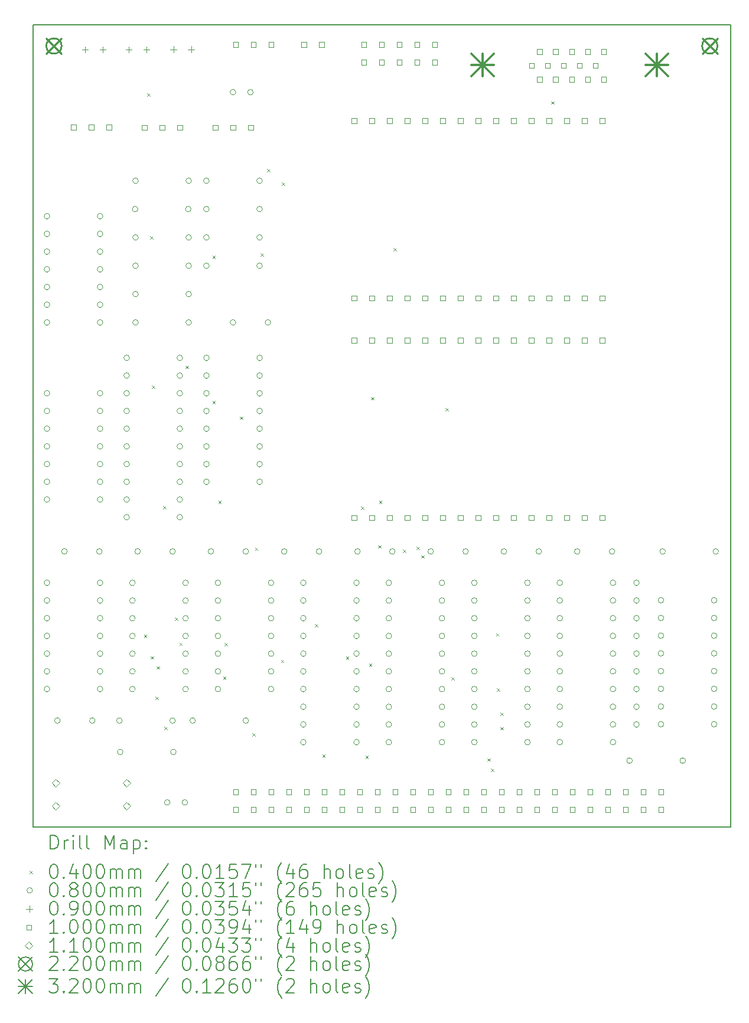
<source format=gbr>
%TF.GenerationSoftware,KiCad,Pcbnew,(6.0.11)*%
%TF.CreationDate,2023-05-22T16:35:11-05:00*%
%TF.ProjectId,Z80ESP,5a383045-5350-42e6-9b69-6361645f7063,rev?*%
%TF.SameCoordinates,Original*%
%TF.FileFunction,Drillmap*%
%TF.FilePolarity,Positive*%
%FSLAX45Y45*%
G04 Gerber Fmt 4.5, Leading zero omitted, Abs format (unit mm)*
G04 Created by KiCad (PCBNEW (6.0.11)) date 2023-05-22 16:35:11*
%MOMM*%
%LPD*%
G01*
G04 APERTURE LIST*
%ADD10C,0.150000*%
%ADD11C,0.200000*%
%ADD12C,0.040000*%
%ADD13C,0.080000*%
%ADD14C,0.090000*%
%ADD15C,0.100000*%
%ADD16C,0.110000*%
%ADD17C,0.220000*%
%ADD18C,0.320000*%
G04 APERTURE END LIST*
D10*
X14500000Y-3100000D02*
X4500000Y-3100000D01*
X14500000Y-14600000D02*
X14500000Y-3100000D01*
X4500000Y-3100000D02*
X4500000Y-14600000D01*
X4500000Y-14600000D02*
X14500000Y-14600000D01*
D11*
D12*
X6088990Y-11845910D02*
X6128990Y-11885910D01*
X6128990Y-11845910D02*
X6088990Y-11885910D01*
X6139050Y-4080350D02*
X6179050Y-4120350D01*
X6179050Y-4080350D02*
X6139050Y-4120350D01*
X6176090Y-6126800D02*
X6216090Y-6166800D01*
X6216090Y-6126800D02*
X6176090Y-6166800D01*
X6187680Y-12152990D02*
X6227680Y-12192990D01*
X6227680Y-12152990D02*
X6187680Y-12192990D01*
X6205280Y-8268810D02*
X6245280Y-8308810D01*
X6245280Y-8268810D02*
X6205280Y-8308810D01*
X6253800Y-12731970D02*
X6293800Y-12771970D01*
X6293800Y-12731970D02*
X6253800Y-12771970D01*
X6269030Y-12296070D02*
X6309030Y-12336070D01*
X6309030Y-12296070D02*
X6269030Y-12336070D01*
X6364520Y-9996960D02*
X6404520Y-10036960D01*
X6404520Y-9996960D02*
X6364520Y-10036960D01*
X6383540Y-13167260D02*
X6423540Y-13207260D01*
X6423540Y-13167260D02*
X6383540Y-13207260D01*
X6533610Y-11597430D02*
X6573610Y-11637430D01*
X6573610Y-11597430D02*
X6533610Y-11637430D01*
X6596900Y-11957990D02*
X6636900Y-11997990D01*
X6636900Y-11957990D02*
X6596900Y-11997990D01*
X6686640Y-7987320D02*
X6726640Y-8027320D01*
X6726640Y-7987320D02*
X6686640Y-8027320D01*
X7071820Y-6409410D02*
X7111820Y-6449410D01*
X7111820Y-6409410D02*
X7071820Y-6449410D01*
X7072480Y-8489000D02*
X7112480Y-8529000D01*
X7112480Y-8489000D02*
X7072480Y-8529000D01*
X7156200Y-9918860D02*
X7196200Y-9958860D01*
X7196200Y-9918860D02*
X7156200Y-9958860D01*
X7224100Y-12443310D02*
X7264100Y-12483310D01*
X7264100Y-12443310D02*
X7224100Y-12483310D01*
X7242520Y-11962650D02*
X7282520Y-12002650D01*
X7282520Y-11962650D02*
X7242520Y-12002650D01*
X7468210Y-8716150D02*
X7508210Y-8756150D01*
X7508210Y-8716150D02*
X7468210Y-8756150D01*
X7645340Y-13256630D02*
X7685340Y-13296630D01*
X7685340Y-13256630D02*
X7645340Y-13296630D01*
X7680600Y-10595950D02*
X7720600Y-10635950D01*
X7720600Y-10595950D02*
X7680600Y-10635950D01*
X7762280Y-6376920D02*
X7802280Y-6416920D01*
X7802280Y-6376920D02*
X7762280Y-6416920D01*
X7853130Y-5163250D02*
X7893130Y-5203250D01*
X7893130Y-5163250D02*
X7853130Y-5203250D01*
X8054560Y-12202300D02*
X8094560Y-12242300D01*
X8094560Y-12202300D02*
X8054560Y-12242300D01*
X8066700Y-5360550D02*
X8106700Y-5400550D01*
X8106700Y-5360550D02*
X8066700Y-5400550D01*
X8542170Y-11689230D02*
X8582170Y-11729230D01*
X8582170Y-11689230D02*
X8542170Y-11729230D01*
X8645950Y-13559910D02*
X8685950Y-13599910D01*
X8685950Y-13559910D02*
X8645950Y-13599910D01*
X8984770Y-12157620D02*
X9024770Y-12197620D01*
X9024770Y-12157620D02*
X8984770Y-12197620D01*
X9200770Y-10007410D02*
X9240770Y-10047410D01*
X9240770Y-10007410D02*
X9200770Y-10047410D01*
X9264450Y-13580650D02*
X9304450Y-13620650D01*
X9304450Y-13580650D02*
X9264450Y-13620650D01*
X9315560Y-12258960D02*
X9355560Y-12298960D01*
X9355560Y-12258960D02*
X9315560Y-12298960D01*
X9346670Y-8436810D02*
X9386670Y-8476810D01*
X9386670Y-8436810D02*
X9346670Y-8476810D01*
X9447330Y-10560110D02*
X9487330Y-10600110D01*
X9487330Y-10560110D02*
X9447330Y-10600110D01*
X9458700Y-9922720D02*
X9498700Y-9962720D01*
X9498700Y-9922720D02*
X9458700Y-9962720D01*
X9668260Y-6298780D02*
X9708260Y-6338780D01*
X9708260Y-6298780D02*
X9668260Y-6338780D01*
X9803440Y-10624280D02*
X9843440Y-10664280D01*
X9843440Y-10624280D02*
X9803440Y-10664280D01*
X9998170Y-10581420D02*
X10038170Y-10621420D01*
X10038170Y-10581420D02*
X9998170Y-10621420D01*
X10067480Y-10704520D02*
X10107480Y-10744520D01*
X10107480Y-10704520D02*
X10067480Y-10744520D01*
X10412010Y-8594860D02*
X10452010Y-8634860D01*
X10452010Y-8594860D02*
X10412010Y-8634860D01*
X10497420Y-12454230D02*
X10537420Y-12494230D01*
X10537420Y-12454230D02*
X10497420Y-12494230D01*
X11012770Y-13618150D02*
X11052770Y-13658150D01*
X11052770Y-13618150D02*
X11012770Y-13658150D01*
X11062640Y-13762710D02*
X11102640Y-13802710D01*
X11102640Y-13762710D02*
X11062640Y-13802710D01*
X11136800Y-11822250D02*
X11176800Y-11862250D01*
X11176800Y-11822250D02*
X11136800Y-11862250D01*
X11145430Y-12613140D02*
X11185430Y-12653140D01*
X11185430Y-12613140D02*
X11145430Y-12653140D01*
X11200550Y-13168630D02*
X11240550Y-13208630D01*
X11240550Y-13168630D02*
X11200550Y-13208630D01*
X11200950Y-12963840D02*
X11240950Y-13003840D01*
X11240950Y-12963840D02*
X11200950Y-13003840D01*
X11924510Y-4193030D02*
X11964510Y-4233030D01*
X11964510Y-4193030D02*
X11924510Y-4233030D01*
D13*
X4740000Y-5842000D02*
G75*
G03*
X4740000Y-5842000I-40000J0D01*
G01*
X4740000Y-6096000D02*
G75*
G03*
X4740000Y-6096000I-40000J0D01*
G01*
X4740000Y-6350000D02*
G75*
G03*
X4740000Y-6350000I-40000J0D01*
G01*
X4740000Y-6604000D02*
G75*
G03*
X4740000Y-6604000I-40000J0D01*
G01*
X4740000Y-6858000D02*
G75*
G03*
X4740000Y-6858000I-40000J0D01*
G01*
X4740000Y-7112000D02*
G75*
G03*
X4740000Y-7112000I-40000J0D01*
G01*
X4740000Y-7366000D02*
G75*
G03*
X4740000Y-7366000I-40000J0D01*
G01*
X4740000Y-8381500D02*
G75*
G03*
X4740000Y-8381500I-40000J0D01*
G01*
X4740000Y-8635500D02*
G75*
G03*
X4740000Y-8635500I-40000J0D01*
G01*
X4740000Y-8889500D02*
G75*
G03*
X4740000Y-8889500I-40000J0D01*
G01*
X4740000Y-9143500D02*
G75*
G03*
X4740000Y-9143500I-40000J0D01*
G01*
X4740000Y-9397500D02*
G75*
G03*
X4740000Y-9397500I-40000J0D01*
G01*
X4740000Y-9651500D02*
G75*
G03*
X4740000Y-9651500I-40000J0D01*
G01*
X4740000Y-9905500D02*
G75*
G03*
X4740000Y-9905500I-40000J0D01*
G01*
X4740000Y-11100000D02*
G75*
G03*
X4740000Y-11100000I-40000J0D01*
G01*
X4740000Y-11354000D02*
G75*
G03*
X4740000Y-11354000I-40000J0D01*
G01*
X4740000Y-11608000D02*
G75*
G03*
X4740000Y-11608000I-40000J0D01*
G01*
X4740000Y-11862000D02*
G75*
G03*
X4740000Y-11862000I-40000J0D01*
G01*
X4740000Y-12116000D02*
G75*
G03*
X4740000Y-12116000I-40000J0D01*
G01*
X4740000Y-12370000D02*
G75*
G03*
X4740000Y-12370000I-40000J0D01*
G01*
X4740000Y-12624000D02*
G75*
G03*
X4740000Y-12624000I-40000J0D01*
G01*
X4890000Y-13075000D02*
G75*
G03*
X4890000Y-13075000I-40000J0D01*
G01*
X4990000Y-10650000D02*
G75*
G03*
X4990000Y-10650000I-40000J0D01*
G01*
X5390000Y-13075000D02*
G75*
G03*
X5390000Y-13075000I-40000J0D01*
G01*
X5490000Y-10650000D02*
G75*
G03*
X5490000Y-10650000I-40000J0D01*
G01*
X5502000Y-5842000D02*
G75*
G03*
X5502000Y-5842000I-40000J0D01*
G01*
X5502000Y-6096000D02*
G75*
G03*
X5502000Y-6096000I-40000J0D01*
G01*
X5502000Y-6350000D02*
G75*
G03*
X5502000Y-6350000I-40000J0D01*
G01*
X5502000Y-6604000D02*
G75*
G03*
X5502000Y-6604000I-40000J0D01*
G01*
X5502000Y-6858000D02*
G75*
G03*
X5502000Y-6858000I-40000J0D01*
G01*
X5502000Y-7112000D02*
G75*
G03*
X5502000Y-7112000I-40000J0D01*
G01*
X5502000Y-7366000D02*
G75*
G03*
X5502000Y-7366000I-40000J0D01*
G01*
X5502000Y-8381500D02*
G75*
G03*
X5502000Y-8381500I-40000J0D01*
G01*
X5502000Y-8635500D02*
G75*
G03*
X5502000Y-8635500I-40000J0D01*
G01*
X5502000Y-8889500D02*
G75*
G03*
X5502000Y-8889500I-40000J0D01*
G01*
X5502000Y-9143500D02*
G75*
G03*
X5502000Y-9143500I-40000J0D01*
G01*
X5502000Y-9397500D02*
G75*
G03*
X5502000Y-9397500I-40000J0D01*
G01*
X5502000Y-9651500D02*
G75*
G03*
X5502000Y-9651500I-40000J0D01*
G01*
X5502000Y-9905500D02*
G75*
G03*
X5502000Y-9905500I-40000J0D01*
G01*
X5502000Y-11100000D02*
G75*
G03*
X5502000Y-11100000I-40000J0D01*
G01*
X5502000Y-11354000D02*
G75*
G03*
X5502000Y-11354000I-40000J0D01*
G01*
X5502000Y-11608000D02*
G75*
G03*
X5502000Y-11608000I-40000J0D01*
G01*
X5502000Y-11862000D02*
G75*
G03*
X5502000Y-11862000I-40000J0D01*
G01*
X5502000Y-12116000D02*
G75*
G03*
X5502000Y-12116000I-40000J0D01*
G01*
X5502000Y-12370000D02*
G75*
G03*
X5502000Y-12370000I-40000J0D01*
G01*
X5502000Y-12624000D02*
G75*
G03*
X5502000Y-12624000I-40000J0D01*
G01*
X5778000Y-13075000D02*
G75*
G03*
X5778000Y-13075000I-40000J0D01*
G01*
X5790000Y-13525000D02*
G75*
G03*
X5790000Y-13525000I-40000J0D01*
G01*
X5882000Y-7874000D02*
G75*
G03*
X5882000Y-7874000I-40000J0D01*
G01*
X5882000Y-8128000D02*
G75*
G03*
X5882000Y-8128000I-40000J0D01*
G01*
X5882000Y-8382000D02*
G75*
G03*
X5882000Y-8382000I-40000J0D01*
G01*
X5882000Y-8636000D02*
G75*
G03*
X5882000Y-8636000I-40000J0D01*
G01*
X5882000Y-8890000D02*
G75*
G03*
X5882000Y-8890000I-40000J0D01*
G01*
X5882000Y-9144000D02*
G75*
G03*
X5882000Y-9144000I-40000J0D01*
G01*
X5882000Y-9398000D02*
G75*
G03*
X5882000Y-9398000I-40000J0D01*
G01*
X5882000Y-9652000D02*
G75*
G03*
X5882000Y-9652000I-40000J0D01*
G01*
X5882000Y-9906000D02*
G75*
G03*
X5882000Y-9906000I-40000J0D01*
G01*
X5882000Y-10160000D02*
G75*
G03*
X5882000Y-10160000I-40000J0D01*
G01*
X5965000Y-11100000D02*
G75*
G03*
X5965000Y-11100000I-40000J0D01*
G01*
X5965000Y-11354000D02*
G75*
G03*
X5965000Y-11354000I-40000J0D01*
G01*
X5965000Y-11608000D02*
G75*
G03*
X5965000Y-11608000I-40000J0D01*
G01*
X5965000Y-11862000D02*
G75*
G03*
X5965000Y-11862000I-40000J0D01*
G01*
X5965000Y-12116000D02*
G75*
G03*
X5965000Y-12116000I-40000J0D01*
G01*
X5965000Y-12370000D02*
G75*
G03*
X5965000Y-12370000I-40000J0D01*
G01*
X5965000Y-12624000D02*
G75*
G03*
X5965000Y-12624000I-40000J0D01*
G01*
X6003120Y-5740400D02*
G75*
G03*
X6003120Y-5740400I-40000J0D01*
G01*
X6009000Y-5334000D02*
G75*
G03*
X6009000Y-5334000I-40000J0D01*
G01*
X6009000Y-6146800D02*
G75*
G03*
X6009000Y-6146800I-40000J0D01*
G01*
X6009000Y-6553200D02*
G75*
G03*
X6009000Y-6553200I-40000J0D01*
G01*
X6009000Y-6959600D02*
G75*
G03*
X6009000Y-6959600I-40000J0D01*
G01*
X6009000Y-7366000D02*
G75*
G03*
X6009000Y-7366000I-40000J0D01*
G01*
X6040000Y-10650000D02*
G75*
G03*
X6040000Y-10650000I-40000J0D01*
G01*
X6465000Y-14250000D02*
G75*
G03*
X6465000Y-14250000I-40000J0D01*
G01*
X6540000Y-10650000D02*
G75*
G03*
X6540000Y-10650000I-40000J0D01*
G01*
X6540000Y-13075000D02*
G75*
G03*
X6540000Y-13075000I-40000J0D01*
G01*
X6552000Y-13525000D02*
G75*
G03*
X6552000Y-13525000I-40000J0D01*
G01*
X6644000Y-7874000D02*
G75*
G03*
X6644000Y-7874000I-40000J0D01*
G01*
X6644000Y-8128000D02*
G75*
G03*
X6644000Y-8128000I-40000J0D01*
G01*
X6644000Y-8382000D02*
G75*
G03*
X6644000Y-8382000I-40000J0D01*
G01*
X6644000Y-8636000D02*
G75*
G03*
X6644000Y-8636000I-40000J0D01*
G01*
X6644000Y-8890000D02*
G75*
G03*
X6644000Y-8890000I-40000J0D01*
G01*
X6644000Y-9144000D02*
G75*
G03*
X6644000Y-9144000I-40000J0D01*
G01*
X6644000Y-9398000D02*
G75*
G03*
X6644000Y-9398000I-40000J0D01*
G01*
X6644000Y-9652000D02*
G75*
G03*
X6644000Y-9652000I-40000J0D01*
G01*
X6644000Y-9906000D02*
G75*
G03*
X6644000Y-9906000I-40000J0D01*
G01*
X6644000Y-10160000D02*
G75*
G03*
X6644000Y-10160000I-40000J0D01*
G01*
X6715000Y-14250000D02*
G75*
G03*
X6715000Y-14250000I-40000J0D01*
G01*
X6727000Y-11100000D02*
G75*
G03*
X6727000Y-11100000I-40000J0D01*
G01*
X6727000Y-11354000D02*
G75*
G03*
X6727000Y-11354000I-40000J0D01*
G01*
X6727000Y-11608000D02*
G75*
G03*
X6727000Y-11608000I-40000J0D01*
G01*
X6727000Y-11862000D02*
G75*
G03*
X6727000Y-11862000I-40000J0D01*
G01*
X6727000Y-12116000D02*
G75*
G03*
X6727000Y-12116000I-40000J0D01*
G01*
X6727000Y-12370000D02*
G75*
G03*
X6727000Y-12370000I-40000J0D01*
G01*
X6727000Y-12624000D02*
G75*
G03*
X6727000Y-12624000I-40000J0D01*
G01*
X6765120Y-5740400D02*
G75*
G03*
X6765120Y-5740400I-40000J0D01*
G01*
X6771000Y-5334000D02*
G75*
G03*
X6771000Y-5334000I-40000J0D01*
G01*
X6771000Y-6146800D02*
G75*
G03*
X6771000Y-6146800I-40000J0D01*
G01*
X6771000Y-6553200D02*
G75*
G03*
X6771000Y-6553200I-40000J0D01*
G01*
X6771000Y-6959600D02*
G75*
G03*
X6771000Y-6959600I-40000J0D01*
G01*
X6771000Y-7366000D02*
G75*
G03*
X6771000Y-7366000I-40000J0D01*
G01*
X6828000Y-13075000D02*
G75*
G03*
X6828000Y-13075000I-40000J0D01*
G01*
X7025000Y-5334000D02*
G75*
G03*
X7025000Y-5334000I-40000J0D01*
G01*
X7025000Y-5740400D02*
G75*
G03*
X7025000Y-5740400I-40000J0D01*
G01*
X7025000Y-6146800D02*
G75*
G03*
X7025000Y-6146800I-40000J0D01*
G01*
X7025000Y-6553200D02*
G75*
G03*
X7025000Y-6553200I-40000J0D01*
G01*
X7026000Y-7874000D02*
G75*
G03*
X7026000Y-7874000I-40000J0D01*
G01*
X7026000Y-8128000D02*
G75*
G03*
X7026000Y-8128000I-40000J0D01*
G01*
X7026000Y-8382000D02*
G75*
G03*
X7026000Y-8382000I-40000J0D01*
G01*
X7026000Y-8636000D02*
G75*
G03*
X7026000Y-8636000I-40000J0D01*
G01*
X7026000Y-8890000D02*
G75*
G03*
X7026000Y-8890000I-40000J0D01*
G01*
X7026000Y-9144000D02*
G75*
G03*
X7026000Y-9144000I-40000J0D01*
G01*
X7026000Y-9398000D02*
G75*
G03*
X7026000Y-9398000I-40000J0D01*
G01*
X7026000Y-9652000D02*
G75*
G03*
X7026000Y-9652000I-40000J0D01*
G01*
X7090000Y-10650000D02*
G75*
G03*
X7090000Y-10650000I-40000J0D01*
G01*
X7190000Y-11100000D02*
G75*
G03*
X7190000Y-11100000I-40000J0D01*
G01*
X7190000Y-11354000D02*
G75*
G03*
X7190000Y-11354000I-40000J0D01*
G01*
X7190000Y-11608000D02*
G75*
G03*
X7190000Y-11608000I-40000J0D01*
G01*
X7190000Y-11862000D02*
G75*
G03*
X7190000Y-11862000I-40000J0D01*
G01*
X7190000Y-12116000D02*
G75*
G03*
X7190000Y-12116000I-40000J0D01*
G01*
X7190000Y-12370000D02*
G75*
G03*
X7190000Y-12370000I-40000J0D01*
G01*
X7190000Y-12624000D02*
G75*
G03*
X7190000Y-12624000I-40000J0D01*
G01*
X7406000Y-4064000D02*
G75*
G03*
X7406000Y-4064000I-40000J0D01*
G01*
X7406000Y-7366000D02*
G75*
G03*
X7406000Y-7366000I-40000J0D01*
G01*
X7590000Y-10650000D02*
G75*
G03*
X7590000Y-10650000I-40000J0D01*
G01*
X7590000Y-13075000D02*
G75*
G03*
X7590000Y-13075000I-40000J0D01*
G01*
X7656000Y-4064000D02*
G75*
G03*
X7656000Y-4064000I-40000J0D01*
G01*
X7787000Y-5334000D02*
G75*
G03*
X7787000Y-5334000I-40000J0D01*
G01*
X7787000Y-5740400D02*
G75*
G03*
X7787000Y-5740400I-40000J0D01*
G01*
X7787000Y-6146800D02*
G75*
G03*
X7787000Y-6146800I-40000J0D01*
G01*
X7787000Y-6553200D02*
G75*
G03*
X7787000Y-6553200I-40000J0D01*
G01*
X7788000Y-7874000D02*
G75*
G03*
X7788000Y-7874000I-40000J0D01*
G01*
X7788000Y-8128000D02*
G75*
G03*
X7788000Y-8128000I-40000J0D01*
G01*
X7788000Y-8382000D02*
G75*
G03*
X7788000Y-8382000I-40000J0D01*
G01*
X7788000Y-8636000D02*
G75*
G03*
X7788000Y-8636000I-40000J0D01*
G01*
X7788000Y-8890000D02*
G75*
G03*
X7788000Y-8890000I-40000J0D01*
G01*
X7788000Y-9144000D02*
G75*
G03*
X7788000Y-9144000I-40000J0D01*
G01*
X7788000Y-9398000D02*
G75*
G03*
X7788000Y-9398000I-40000J0D01*
G01*
X7788000Y-9652000D02*
G75*
G03*
X7788000Y-9652000I-40000J0D01*
G01*
X7906000Y-7366000D02*
G75*
G03*
X7906000Y-7366000I-40000J0D01*
G01*
X7952000Y-11100000D02*
G75*
G03*
X7952000Y-11100000I-40000J0D01*
G01*
X7952000Y-11354000D02*
G75*
G03*
X7952000Y-11354000I-40000J0D01*
G01*
X7952000Y-11608000D02*
G75*
G03*
X7952000Y-11608000I-40000J0D01*
G01*
X7952000Y-11862000D02*
G75*
G03*
X7952000Y-11862000I-40000J0D01*
G01*
X7952000Y-12116000D02*
G75*
G03*
X7952000Y-12116000I-40000J0D01*
G01*
X7952000Y-12370000D02*
G75*
G03*
X7952000Y-12370000I-40000J0D01*
G01*
X7952000Y-12624000D02*
G75*
G03*
X7952000Y-12624000I-40000J0D01*
G01*
X8140000Y-10650000D02*
G75*
G03*
X8140000Y-10650000I-40000J0D01*
G01*
X8415000Y-11100000D02*
G75*
G03*
X8415000Y-11100000I-40000J0D01*
G01*
X8415000Y-11354000D02*
G75*
G03*
X8415000Y-11354000I-40000J0D01*
G01*
X8415000Y-11608000D02*
G75*
G03*
X8415000Y-11608000I-40000J0D01*
G01*
X8415000Y-11862000D02*
G75*
G03*
X8415000Y-11862000I-40000J0D01*
G01*
X8415000Y-12116000D02*
G75*
G03*
X8415000Y-12116000I-40000J0D01*
G01*
X8415000Y-12370000D02*
G75*
G03*
X8415000Y-12370000I-40000J0D01*
G01*
X8415000Y-12624000D02*
G75*
G03*
X8415000Y-12624000I-40000J0D01*
G01*
X8415000Y-12878000D02*
G75*
G03*
X8415000Y-12878000I-40000J0D01*
G01*
X8415000Y-13132000D02*
G75*
G03*
X8415000Y-13132000I-40000J0D01*
G01*
X8415000Y-13386000D02*
G75*
G03*
X8415000Y-13386000I-40000J0D01*
G01*
X8640000Y-10650000D02*
G75*
G03*
X8640000Y-10650000I-40000J0D01*
G01*
X9177000Y-11100000D02*
G75*
G03*
X9177000Y-11100000I-40000J0D01*
G01*
X9177000Y-11354000D02*
G75*
G03*
X9177000Y-11354000I-40000J0D01*
G01*
X9177000Y-11608000D02*
G75*
G03*
X9177000Y-11608000I-40000J0D01*
G01*
X9177000Y-11862000D02*
G75*
G03*
X9177000Y-11862000I-40000J0D01*
G01*
X9177000Y-12116000D02*
G75*
G03*
X9177000Y-12116000I-40000J0D01*
G01*
X9177000Y-12370000D02*
G75*
G03*
X9177000Y-12370000I-40000J0D01*
G01*
X9177000Y-12624000D02*
G75*
G03*
X9177000Y-12624000I-40000J0D01*
G01*
X9177000Y-12878000D02*
G75*
G03*
X9177000Y-12878000I-40000J0D01*
G01*
X9177000Y-13132000D02*
G75*
G03*
X9177000Y-13132000I-40000J0D01*
G01*
X9177000Y-13386000D02*
G75*
G03*
X9177000Y-13386000I-40000J0D01*
G01*
X9190000Y-10650000D02*
G75*
G03*
X9190000Y-10650000I-40000J0D01*
G01*
X9640000Y-11100000D02*
G75*
G03*
X9640000Y-11100000I-40000J0D01*
G01*
X9640000Y-11354000D02*
G75*
G03*
X9640000Y-11354000I-40000J0D01*
G01*
X9640000Y-11608000D02*
G75*
G03*
X9640000Y-11608000I-40000J0D01*
G01*
X9640000Y-11862000D02*
G75*
G03*
X9640000Y-11862000I-40000J0D01*
G01*
X9640000Y-12116000D02*
G75*
G03*
X9640000Y-12116000I-40000J0D01*
G01*
X9640000Y-12370000D02*
G75*
G03*
X9640000Y-12370000I-40000J0D01*
G01*
X9640000Y-12624000D02*
G75*
G03*
X9640000Y-12624000I-40000J0D01*
G01*
X9640000Y-12878000D02*
G75*
G03*
X9640000Y-12878000I-40000J0D01*
G01*
X9640000Y-13132000D02*
G75*
G03*
X9640000Y-13132000I-40000J0D01*
G01*
X9640000Y-13386000D02*
G75*
G03*
X9640000Y-13386000I-40000J0D01*
G01*
X9690000Y-10650000D02*
G75*
G03*
X9690000Y-10650000I-40000J0D01*
G01*
X10240000Y-10650000D02*
G75*
G03*
X10240000Y-10650000I-40000J0D01*
G01*
X10402000Y-11100000D02*
G75*
G03*
X10402000Y-11100000I-40000J0D01*
G01*
X10402000Y-11354000D02*
G75*
G03*
X10402000Y-11354000I-40000J0D01*
G01*
X10402000Y-11608000D02*
G75*
G03*
X10402000Y-11608000I-40000J0D01*
G01*
X10402000Y-11862000D02*
G75*
G03*
X10402000Y-11862000I-40000J0D01*
G01*
X10402000Y-12116000D02*
G75*
G03*
X10402000Y-12116000I-40000J0D01*
G01*
X10402000Y-12370000D02*
G75*
G03*
X10402000Y-12370000I-40000J0D01*
G01*
X10402000Y-12624000D02*
G75*
G03*
X10402000Y-12624000I-40000J0D01*
G01*
X10402000Y-12878000D02*
G75*
G03*
X10402000Y-12878000I-40000J0D01*
G01*
X10402000Y-13132000D02*
G75*
G03*
X10402000Y-13132000I-40000J0D01*
G01*
X10402000Y-13386000D02*
G75*
G03*
X10402000Y-13386000I-40000J0D01*
G01*
X10740000Y-10650000D02*
G75*
G03*
X10740000Y-10650000I-40000J0D01*
G01*
X10865000Y-11100000D02*
G75*
G03*
X10865000Y-11100000I-40000J0D01*
G01*
X10865000Y-11354000D02*
G75*
G03*
X10865000Y-11354000I-40000J0D01*
G01*
X10865000Y-11608000D02*
G75*
G03*
X10865000Y-11608000I-40000J0D01*
G01*
X10865000Y-11862000D02*
G75*
G03*
X10865000Y-11862000I-40000J0D01*
G01*
X10865000Y-12116000D02*
G75*
G03*
X10865000Y-12116000I-40000J0D01*
G01*
X10865000Y-12370000D02*
G75*
G03*
X10865000Y-12370000I-40000J0D01*
G01*
X10865000Y-12624000D02*
G75*
G03*
X10865000Y-12624000I-40000J0D01*
G01*
X10865000Y-12878000D02*
G75*
G03*
X10865000Y-12878000I-40000J0D01*
G01*
X10865000Y-13132000D02*
G75*
G03*
X10865000Y-13132000I-40000J0D01*
G01*
X10865000Y-13386000D02*
G75*
G03*
X10865000Y-13386000I-40000J0D01*
G01*
X11290000Y-10650000D02*
G75*
G03*
X11290000Y-10650000I-40000J0D01*
G01*
X11627000Y-11100000D02*
G75*
G03*
X11627000Y-11100000I-40000J0D01*
G01*
X11627000Y-11354000D02*
G75*
G03*
X11627000Y-11354000I-40000J0D01*
G01*
X11627000Y-11608000D02*
G75*
G03*
X11627000Y-11608000I-40000J0D01*
G01*
X11627000Y-11862000D02*
G75*
G03*
X11627000Y-11862000I-40000J0D01*
G01*
X11627000Y-12116000D02*
G75*
G03*
X11627000Y-12116000I-40000J0D01*
G01*
X11627000Y-12370000D02*
G75*
G03*
X11627000Y-12370000I-40000J0D01*
G01*
X11627000Y-12624000D02*
G75*
G03*
X11627000Y-12624000I-40000J0D01*
G01*
X11627000Y-12878000D02*
G75*
G03*
X11627000Y-12878000I-40000J0D01*
G01*
X11627000Y-13132000D02*
G75*
G03*
X11627000Y-13132000I-40000J0D01*
G01*
X11627000Y-13386000D02*
G75*
G03*
X11627000Y-13386000I-40000J0D01*
G01*
X11790000Y-10650000D02*
G75*
G03*
X11790000Y-10650000I-40000J0D01*
G01*
X12090000Y-11100000D02*
G75*
G03*
X12090000Y-11100000I-40000J0D01*
G01*
X12090000Y-11354000D02*
G75*
G03*
X12090000Y-11354000I-40000J0D01*
G01*
X12090000Y-11608000D02*
G75*
G03*
X12090000Y-11608000I-40000J0D01*
G01*
X12090000Y-11862000D02*
G75*
G03*
X12090000Y-11862000I-40000J0D01*
G01*
X12090000Y-12116000D02*
G75*
G03*
X12090000Y-12116000I-40000J0D01*
G01*
X12090000Y-12370000D02*
G75*
G03*
X12090000Y-12370000I-40000J0D01*
G01*
X12090000Y-12624000D02*
G75*
G03*
X12090000Y-12624000I-40000J0D01*
G01*
X12090000Y-12878000D02*
G75*
G03*
X12090000Y-12878000I-40000J0D01*
G01*
X12090000Y-13132000D02*
G75*
G03*
X12090000Y-13132000I-40000J0D01*
G01*
X12090000Y-13386000D02*
G75*
G03*
X12090000Y-13386000I-40000J0D01*
G01*
X12340000Y-10650000D02*
G75*
G03*
X12340000Y-10650000I-40000J0D01*
G01*
X12840000Y-10650000D02*
G75*
G03*
X12840000Y-10650000I-40000J0D01*
G01*
X12852000Y-11100000D02*
G75*
G03*
X12852000Y-11100000I-40000J0D01*
G01*
X12852000Y-11354000D02*
G75*
G03*
X12852000Y-11354000I-40000J0D01*
G01*
X12852000Y-11608000D02*
G75*
G03*
X12852000Y-11608000I-40000J0D01*
G01*
X12852000Y-11862000D02*
G75*
G03*
X12852000Y-11862000I-40000J0D01*
G01*
X12852000Y-12116000D02*
G75*
G03*
X12852000Y-12116000I-40000J0D01*
G01*
X12852000Y-12370000D02*
G75*
G03*
X12852000Y-12370000I-40000J0D01*
G01*
X12852000Y-12624000D02*
G75*
G03*
X12852000Y-12624000I-40000J0D01*
G01*
X12852000Y-12878000D02*
G75*
G03*
X12852000Y-12878000I-40000J0D01*
G01*
X12852000Y-13132000D02*
G75*
G03*
X12852000Y-13132000I-40000J0D01*
G01*
X12852000Y-13386000D02*
G75*
G03*
X12852000Y-13386000I-40000J0D01*
G01*
X13090000Y-13650000D02*
G75*
G03*
X13090000Y-13650000I-40000J0D01*
G01*
X13190000Y-11100000D02*
G75*
G03*
X13190000Y-11100000I-40000J0D01*
G01*
X13190000Y-11354000D02*
G75*
G03*
X13190000Y-11354000I-40000J0D01*
G01*
X13190000Y-11608000D02*
G75*
G03*
X13190000Y-11608000I-40000J0D01*
G01*
X13190000Y-11862000D02*
G75*
G03*
X13190000Y-11862000I-40000J0D01*
G01*
X13190000Y-12116000D02*
G75*
G03*
X13190000Y-12116000I-40000J0D01*
G01*
X13190000Y-12370000D02*
G75*
G03*
X13190000Y-12370000I-40000J0D01*
G01*
X13190000Y-12624000D02*
G75*
G03*
X13190000Y-12624000I-40000J0D01*
G01*
X13190000Y-12878000D02*
G75*
G03*
X13190000Y-12878000I-40000J0D01*
G01*
X13190000Y-13132000D02*
G75*
G03*
X13190000Y-13132000I-40000J0D01*
G01*
X13540000Y-11350000D02*
G75*
G03*
X13540000Y-11350000I-40000J0D01*
G01*
X13540000Y-11604000D02*
G75*
G03*
X13540000Y-11604000I-40000J0D01*
G01*
X13540000Y-11858000D02*
G75*
G03*
X13540000Y-11858000I-40000J0D01*
G01*
X13540000Y-12112000D02*
G75*
G03*
X13540000Y-12112000I-40000J0D01*
G01*
X13540000Y-12366000D02*
G75*
G03*
X13540000Y-12366000I-40000J0D01*
G01*
X13540000Y-12620000D02*
G75*
G03*
X13540000Y-12620000I-40000J0D01*
G01*
X13540000Y-12874000D02*
G75*
G03*
X13540000Y-12874000I-40000J0D01*
G01*
X13540000Y-13128000D02*
G75*
G03*
X13540000Y-13128000I-40000J0D01*
G01*
X13565000Y-10650000D02*
G75*
G03*
X13565000Y-10650000I-40000J0D01*
G01*
X13852000Y-13650000D02*
G75*
G03*
X13852000Y-13650000I-40000J0D01*
G01*
X14302000Y-11350000D02*
G75*
G03*
X14302000Y-11350000I-40000J0D01*
G01*
X14302000Y-11604000D02*
G75*
G03*
X14302000Y-11604000I-40000J0D01*
G01*
X14302000Y-11858000D02*
G75*
G03*
X14302000Y-11858000I-40000J0D01*
G01*
X14302000Y-12112000D02*
G75*
G03*
X14302000Y-12112000I-40000J0D01*
G01*
X14302000Y-12366000D02*
G75*
G03*
X14302000Y-12366000I-40000J0D01*
G01*
X14302000Y-12620000D02*
G75*
G03*
X14302000Y-12620000I-40000J0D01*
G01*
X14302000Y-12874000D02*
G75*
G03*
X14302000Y-12874000I-40000J0D01*
G01*
X14302000Y-13128000D02*
G75*
G03*
X14302000Y-13128000I-40000J0D01*
G01*
X14327000Y-10650000D02*
G75*
G03*
X14327000Y-10650000I-40000J0D01*
G01*
D14*
X5246000Y-3406000D02*
X5246000Y-3496000D01*
X5201000Y-3451000D02*
X5291000Y-3451000D01*
X5500000Y-3406000D02*
X5500000Y-3496000D01*
X5455000Y-3451000D02*
X5545000Y-3451000D01*
X5871000Y-3406000D02*
X5871000Y-3496000D01*
X5826000Y-3451000D02*
X5916000Y-3451000D01*
X6125000Y-3406000D02*
X6125000Y-3496000D01*
X6080000Y-3451000D02*
X6170000Y-3451000D01*
X6514000Y-3403000D02*
X6514000Y-3493000D01*
X6469000Y-3448000D02*
X6559000Y-3448000D01*
X6768000Y-3403000D02*
X6768000Y-3493000D01*
X6723000Y-3448000D02*
X6813000Y-3448000D01*
D15*
X5115356Y-4601356D02*
X5115356Y-4530644D01*
X5044644Y-4530644D01*
X5044644Y-4601356D01*
X5115356Y-4601356D01*
X5369356Y-4601356D02*
X5369356Y-4530644D01*
X5298644Y-4530644D01*
X5298644Y-4601356D01*
X5369356Y-4601356D01*
X5623356Y-4601356D02*
X5623356Y-4530644D01*
X5552644Y-4530644D01*
X5552644Y-4601356D01*
X5623356Y-4601356D01*
X6131356Y-4607356D02*
X6131356Y-4536644D01*
X6060644Y-4536644D01*
X6060644Y-4607356D01*
X6131356Y-4607356D01*
X6385356Y-4607356D02*
X6385356Y-4536644D01*
X6314644Y-4536644D01*
X6314644Y-4607356D01*
X6385356Y-4607356D01*
X6639356Y-4607356D02*
X6639356Y-4536644D01*
X6568644Y-4536644D01*
X6568644Y-4607356D01*
X6639356Y-4607356D01*
X7147356Y-4607356D02*
X7147356Y-4536644D01*
X7076644Y-4536644D01*
X7076644Y-4607356D01*
X7147356Y-4607356D01*
X7401356Y-4607356D02*
X7401356Y-4536644D01*
X7330644Y-4536644D01*
X7330644Y-4607356D01*
X7401356Y-4607356D01*
X7439356Y-14135356D02*
X7439356Y-14064644D01*
X7368644Y-14064644D01*
X7368644Y-14135356D01*
X7439356Y-14135356D01*
X7439356Y-14389356D02*
X7439356Y-14318644D01*
X7368644Y-14318644D01*
X7368644Y-14389356D01*
X7439356Y-14389356D01*
X7440856Y-3415066D02*
X7440856Y-3344354D01*
X7370144Y-3344354D01*
X7370144Y-3415066D01*
X7440856Y-3415066D01*
X7655356Y-4607356D02*
X7655356Y-4536644D01*
X7584644Y-4536644D01*
X7584644Y-4607356D01*
X7655356Y-4607356D01*
X7693356Y-14135356D02*
X7693356Y-14064644D01*
X7622644Y-14064644D01*
X7622644Y-14135356D01*
X7693356Y-14135356D01*
X7693356Y-14389356D02*
X7693356Y-14318644D01*
X7622644Y-14318644D01*
X7622644Y-14389356D01*
X7693356Y-14389356D01*
X7694856Y-3415066D02*
X7694856Y-3344354D01*
X7624144Y-3344354D01*
X7624144Y-3415066D01*
X7694856Y-3415066D01*
X7947356Y-14135356D02*
X7947356Y-14064644D01*
X7876644Y-14064644D01*
X7876644Y-14135356D01*
X7947356Y-14135356D01*
X7947356Y-14389356D02*
X7947356Y-14318644D01*
X7876644Y-14318644D01*
X7876644Y-14389356D01*
X7947356Y-14389356D01*
X7948856Y-3415066D02*
X7948856Y-3344354D01*
X7878144Y-3344354D01*
X7878144Y-3415066D01*
X7948856Y-3415066D01*
X8201356Y-14135356D02*
X8201356Y-14064644D01*
X8130644Y-14064644D01*
X8130644Y-14135356D01*
X8201356Y-14135356D01*
X8201356Y-14389356D02*
X8201356Y-14318644D01*
X8130644Y-14318644D01*
X8130644Y-14389356D01*
X8201356Y-14389356D01*
X8416856Y-3415066D02*
X8416856Y-3344354D01*
X8346144Y-3344354D01*
X8346144Y-3415066D01*
X8416856Y-3415066D01*
X8455356Y-14135356D02*
X8455356Y-14064644D01*
X8384644Y-14064644D01*
X8384644Y-14135356D01*
X8455356Y-14135356D01*
X8455356Y-14389356D02*
X8455356Y-14318644D01*
X8384644Y-14318644D01*
X8384644Y-14389356D01*
X8455356Y-14389356D01*
X8670856Y-3415066D02*
X8670856Y-3344354D01*
X8600144Y-3344354D01*
X8600144Y-3415066D01*
X8670856Y-3415066D01*
X8709356Y-14135356D02*
X8709356Y-14064644D01*
X8638644Y-14064644D01*
X8638644Y-14135356D01*
X8709356Y-14135356D01*
X8709356Y-14389356D02*
X8709356Y-14318644D01*
X8638644Y-14318644D01*
X8638644Y-14389356D01*
X8709356Y-14389356D01*
X8963356Y-14135356D02*
X8963356Y-14064644D01*
X8892644Y-14064644D01*
X8892644Y-14135356D01*
X8963356Y-14135356D01*
X8963356Y-14389356D02*
X8963356Y-14318644D01*
X8892644Y-14318644D01*
X8892644Y-14389356D01*
X8963356Y-14389356D01*
X9138606Y-4508356D02*
X9138606Y-4437644D01*
X9067894Y-4437644D01*
X9067894Y-4508356D01*
X9138606Y-4508356D01*
X9138606Y-7052356D02*
X9138606Y-6981644D01*
X9067894Y-6981644D01*
X9067894Y-7052356D01*
X9138606Y-7052356D01*
X9138606Y-7656356D02*
X9138606Y-7585644D01*
X9067894Y-7585644D01*
X9067894Y-7656356D01*
X9138606Y-7656356D01*
X9138606Y-10200356D02*
X9138606Y-10129644D01*
X9067894Y-10129644D01*
X9067894Y-10200356D01*
X9138606Y-10200356D01*
X9217356Y-14135356D02*
X9217356Y-14064644D01*
X9146644Y-14064644D01*
X9146644Y-14135356D01*
X9217356Y-14135356D01*
X9217356Y-14389356D02*
X9217356Y-14318644D01*
X9146644Y-14318644D01*
X9146644Y-14389356D01*
X9217356Y-14389356D01*
X9279856Y-3416066D02*
X9279856Y-3345354D01*
X9209144Y-3345354D01*
X9209144Y-3416066D01*
X9279856Y-3416066D01*
X9279856Y-3670066D02*
X9279856Y-3599354D01*
X9209144Y-3599354D01*
X9209144Y-3670066D01*
X9279856Y-3670066D01*
X9392606Y-4508356D02*
X9392606Y-4437644D01*
X9321894Y-4437644D01*
X9321894Y-4508356D01*
X9392606Y-4508356D01*
X9392606Y-7052356D02*
X9392606Y-6981644D01*
X9321894Y-6981644D01*
X9321894Y-7052356D01*
X9392606Y-7052356D01*
X9392606Y-7656356D02*
X9392606Y-7585644D01*
X9321894Y-7585644D01*
X9321894Y-7656356D01*
X9392606Y-7656356D01*
X9392606Y-10200356D02*
X9392606Y-10129644D01*
X9321894Y-10129644D01*
X9321894Y-10200356D01*
X9392606Y-10200356D01*
X9471356Y-14135356D02*
X9471356Y-14064644D01*
X9400644Y-14064644D01*
X9400644Y-14135356D01*
X9471356Y-14135356D01*
X9471356Y-14389356D02*
X9471356Y-14318644D01*
X9400644Y-14318644D01*
X9400644Y-14389356D01*
X9471356Y-14389356D01*
X9533856Y-3416066D02*
X9533856Y-3345354D01*
X9463144Y-3345354D01*
X9463144Y-3416066D01*
X9533856Y-3416066D01*
X9533856Y-3670066D02*
X9533856Y-3599354D01*
X9463144Y-3599354D01*
X9463144Y-3670066D01*
X9533856Y-3670066D01*
X9646606Y-4508356D02*
X9646606Y-4437644D01*
X9575894Y-4437644D01*
X9575894Y-4508356D01*
X9646606Y-4508356D01*
X9646606Y-7052356D02*
X9646606Y-6981644D01*
X9575894Y-6981644D01*
X9575894Y-7052356D01*
X9646606Y-7052356D01*
X9646606Y-7656356D02*
X9646606Y-7585644D01*
X9575894Y-7585644D01*
X9575894Y-7656356D01*
X9646606Y-7656356D01*
X9646606Y-10200356D02*
X9646606Y-10129644D01*
X9575894Y-10129644D01*
X9575894Y-10200356D01*
X9646606Y-10200356D01*
X9725356Y-14135356D02*
X9725356Y-14064644D01*
X9654644Y-14064644D01*
X9654644Y-14135356D01*
X9725356Y-14135356D01*
X9725356Y-14389356D02*
X9725356Y-14318644D01*
X9654644Y-14318644D01*
X9654644Y-14389356D01*
X9725356Y-14389356D01*
X9787856Y-3416066D02*
X9787856Y-3345354D01*
X9717144Y-3345354D01*
X9717144Y-3416066D01*
X9787856Y-3416066D01*
X9787856Y-3670066D02*
X9787856Y-3599354D01*
X9717144Y-3599354D01*
X9717144Y-3670066D01*
X9787856Y-3670066D01*
X9900606Y-4508356D02*
X9900606Y-4437644D01*
X9829894Y-4437644D01*
X9829894Y-4508356D01*
X9900606Y-4508356D01*
X9900606Y-7052356D02*
X9900606Y-6981644D01*
X9829894Y-6981644D01*
X9829894Y-7052356D01*
X9900606Y-7052356D01*
X9900606Y-7656356D02*
X9900606Y-7585644D01*
X9829894Y-7585644D01*
X9829894Y-7656356D01*
X9900606Y-7656356D01*
X9900606Y-10200356D02*
X9900606Y-10129644D01*
X9829894Y-10129644D01*
X9829894Y-10200356D01*
X9900606Y-10200356D01*
X9979356Y-14135356D02*
X9979356Y-14064644D01*
X9908644Y-14064644D01*
X9908644Y-14135356D01*
X9979356Y-14135356D01*
X9979356Y-14389356D02*
X9979356Y-14318644D01*
X9908644Y-14318644D01*
X9908644Y-14389356D01*
X9979356Y-14389356D01*
X10041856Y-3416066D02*
X10041856Y-3345354D01*
X9971144Y-3345354D01*
X9971144Y-3416066D01*
X10041856Y-3416066D01*
X10041856Y-3670066D02*
X10041856Y-3599354D01*
X9971144Y-3599354D01*
X9971144Y-3670066D01*
X10041856Y-3670066D01*
X10154606Y-4508356D02*
X10154606Y-4437644D01*
X10083894Y-4437644D01*
X10083894Y-4508356D01*
X10154606Y-4508356D01*
X10154606Y-7052356D02*
X10154606Y-6981644D01*
X10083894Y-6981644D01*
X10083894Y-7052356D01*
X10154606Y-7052356D01*
X10154606Y-7656356D02*
X10154606Y-7585644D01*
X10083894Y-7585644D01*
X10083894Y-7656356D01*
X10154606Y-7656356D01*
X10154606Y-10200356D02*
X10154606Y-10129644D01*
X10083894Y-10129644D01*
X10083894Y-10200356D01*
X10154606Y-10200356D01*
X10233356Y-14135356D02*
X10233356Y-14064644D01*
X10162644Y-14064644D01*
X10162644Y-14135356D01*
X10233356Y-14135356D01*
X10233356Y-14389356D02*
X10233356Y-14318644D01*
X10162644Y-14318644D01*
X10162644Y-14389356D01*
X10233356Y-14389356D01*
X10295856Y-3416066D02*
X10295856Y-3345354D01*
X10225144Y-3345354D01*
X10225144Y-3416066D01*
X10295856Y-3416066D01*
X10295856Y-3670066D02*
X10295856Y-3599354D01*
X10225144Y-3599354D01*
X10225144Y-3670066D01*
X10295856Y-3670066D01*
X10408606Y-4508356D02*
X10408606Y-4437644D01*
X10337894Y-4437644D01*
X10337894Y-4508356D01*
X10408606Y-4508356D01*
X10408606Y-7052356D02*
X10408606Y-6981644D01*
X10337894Y-6981644D01*
X10337894Y-7052356D01*
X10408606Y-7052356D01*
X10408606Y-7656356D02*
X10408606Y-7585644D01*
X10337894Y-7585644D01*
X10337894Y-7656356D01*
X10408606Y-7656356D01*
X10408606Y-10200356D02*
X10408606Y-10129644D01*
X10337894Y-10129644D01*
X10337894Y-10200356D01*
X10408606Y-10200356D01*
X10487356Y-14135356D02*
X10487356Y-14064644D01*
X10416644Y-14064644D01*
X10416644Y-14135356D01*
X10487356Y-14135356D01*
X10487356Y-14389356D02*
X10487356Y-14318644D01*
X10416644Y-14318644D01*
X10416644Y-14389356D01*
X10487356Y-14389356D01*
X10662606Y-4508356D02*
X10662606Y-4437644D01*
X10591894Y-4437644D01*
X10591894Y-4508356D01*
X10662606Y-4508356D01*
X10662606Y-7052356D02*
X10662606Y-6981644D01*
X10591894Y-6981644D01*
X10591894Y-7052356D01*
X10662606Y-7052356D01*
X10662606Y-7656356D02*
X10662606Y-7585644D01*
X10591894Y-7585644D01*
X10591894Y-7656356D01*
X10662606Y-7656356D01*
X10662606Y-10200356D02*
X10662606Y-10129644D01*
X10591894Y-10129644D01*
X10591894Y-10200356D01*
X10662606Y-10200356D01*
X10741356Y-14135356D02*
X10741356Y-14064644D01*
X10670644Y-14064644D01*
X10670644Y-14135356D01*
X10741356Y-14135356D01*
X10741356Y-14389356D02*
X10741356Y-14318644D01*
X10670644Y-14318644D01*
X10670644Y-14389356D01*
X10741356Y-14389356D01*
X10916606Y-4508356D02*
X10916606Y-4437644D01*
X10845894Y-4437644D01*
X10845894Y-4508356D01*
X10916606Y-4508356D01*
X10916606Y-7052356D02*
X10916606Y-6981644D01*
X10845894Y-6981644D01*
X10845894Y-7052356D01*
X10916606Y-7052356D01*
X10916606Y-7656356D02*
X10916606Y-7585644D01*
X10845894Y-7585644D01*
X10845894Y-7656356D01*
X10916606Y-7656356D01*
X10916606Y-10200356D02*
X10916606Y-10129644D01*
X10845894Y-10129644D01*
X10845894Y-10200356D01*
X10916606Y-10200356D01*
X10995356Y-14135356D02*
X10995356Y-14064644D01*
X10924644Y-14064644D01*
X10924644Y-14135356D01*
X10995356Y-14135356D01*
X10995356Y-14389356D02*
X10995356Y-14318644D01*
X10924644Y-14318644D01*
X10924644Y-14389356D01*
X10995356Y-14389356D01*
X11170606Y-4508356D02*
X11170606Y-4437644D01*
X11099894Y-4437644D01*
X11099894Y-4508356D01*
X11170606Y-4508356D01*
X11170606Y-7052356D02*
X11170606Y-6981644D01*
X11099894Y-6981644D01*
X11099894Y-7052356D01*
X11170606Y-7052356D01*
X11170606Y-7656356D02*
X11170606Y-7585644D01*
X11099894Y-7585644D01*
X11099894Y-7656356D01*
X11170606Y-7656356D01*
X11170606Y-10200356D02*
X11170606Y-10129644D01*
X11099894Y-10129644D01*
X11099894Y-10200356D01*
X11170606Y-10200356D01*
X11249356Y-14135356D02*
X11249356Y-14064644D01*
X11178644Y-14064644D01*
X11178644Y-14135356D01*
X11249356Y-14135356D01*
X11249356Y-14389356D02*
X11249356Y-14318644D01*
X11178644Y-14318644D01*
X11178644Y-14389356D01*
X11249356Y-14389356D01*
X11424606Y-4508356D02*
X11424606Y-4437644D01*
X11353894Y-4437644D01*
X11353894Y-4508356D01*
X11424606Y-4508356D01*
X11424606Y-7052356D02*
X11424606Y-6981644D01*
X11353894Y-6981644D01*
X11353894Y-7052356D01*
X11424606Y-7052356D01*
X11424606Y-7656356D02*
X11424606Y-7585644D01*
X11353894Y-7585644D01*
X11353894Y-7656356D01*
X11424606Y-7656356D01*
X11424606Y-10200356D02*
X11424606Y-10129644D01*
X11353894Y-10129644D01*
X11353894Y-10200356D01*
X11424606Y-10200356D01*
X11503356Y-14135356D02*
X11503356Y-14064644D01*
X11432644Y-14064644D01*
X11432644Y-14135356D01*
X11503356Y-14135356D01*
X11503356Y-14389356D02*
X11503356Y-14318644D01*
X11432644Y-14318644D01*
X11432644Y-14389356D01*
X11503356Y-14389356D01*
X11678606Y-4508356D02*
X11678606Y-4437644D01*
X11607894Y-4437644D01*
X11607894Y-4508356D01*
X11678606Y-4508356D01*
X11678606Y-7052356D02*
X11678606Y-6981644D01*
X11607894Y-6981644D01*
X11607894Y-7052356D01*
X11678606Y-7052356D01*
X11678606Y-7656356D02*
X11678606Y-7585644D01*
X11607894Y-7585644D01*
X11607894Y-7656356D01*
X11678606Y-7656356D01*
X11678606Y-10200356D02*
X11678606Y-10129644D01*
X11607894Y-10129644D01*
X11607894Y-10200356D01*
X11678606Y-10200356D01*
X11682856Y-3716096D02*
X11682856Y-3645384D01*
X11612144Y-3645384D01*
X11612144Y-3716096D01*
X11682856Y-3716096D01*
X11757356Y-14135356D02*
X11757356Y-14064644D01*
X11686644Y-14064644D01*
X11686644Y-14135356D01*
X11757356Y-14135356D01*
X11757356Y-14389356D02*
X11757356Y-14318644D01*
X11686644Y-14318644D01*
X11686644Y-14389356D01*
X11757356Y-14389356D01*
X11797356Y-3518096D02*
X11797356Y-3447384D01*
X11726644Y-3447384D01*
X11726644Y-3518096D01*
X11797356Y-3518096D01*
X11797356Y-3914096D02*
X11797356Y-3843384D01*
X11726644Y-3843384D01*
X11726644Y-3914096D01*
X11797356Y-3914096D01*
X11911856Y-3716096D02*
X11911856Y-3645384D01*
X11841144Y-3645384D01*
X11841144Y-3716096D01*
X11911856Y-3716096D01*
X11932606Y-4508356D02*
X11932606Y-4437644D01*
X11861894Y-4437644D01*
X11861894Y-4508356D01*
X11932606Y-4508356D01*
X11932606Y-7052356D02*
X11932606Y-6981644D01*
X11861894Y-6981644D01*
X11861894Y-7052356D01*
X11932606Y-7052356D01*
X11932606Y-7656356D02*
X11932606Y-7585644D01*
X11861894Y-7585644D01*
X11861894Y-7656356D01*
X11932606Y-7656356D01*
X11932606Y-10200356D02*
X11932606Y-10129644D01*
X11861894Y-10129644D01*
X11861894Y-10200356D01*
X11932606Y-10200356D01*
X12011356Y-14135356D02*
X12011356Y-14064644D01*
X11940644Y-14064644D01*
X11940644Y-14135356D01*
X12011356Y-14135356D01*
X12011356Y-14389356D02*
X12011356Y-14318644D01*
X11940644Y-14318644D01*
X11940644Y-14389356D01*
X12011356Y-14389356D01*
X12026356Y-3518096D02*
X12026356Y-3447384D01*
X11955644Y-3447384D01*
X11955644Y-3518096D01*
X12026356Y-3518096D01*
X12026356Y-3914096D02*
X12026356Y-3843384D01*
X11955644Y-3843384D01*
X11955644Y-3914096D01*
X12026356Y-3914096D01*
X12140856Y-3716096D02*
X12140856Y-3645384D01*
X12070144Y-3645384D01*
X12070144Y-3716096D01*
X12140856Y-3716096D01*
X12186606Y-4508356D02*
X12186606Y-4437644D01*
X12115894Y-4437644D01*
X12115894Y-4508356D01*
X12186606Y-4508356D01*
X12186606Y-7052356D02*
X12186606Y-6981644D01*
X12115894Y-6981644D01*
X12115894Y-7052356D01*
X12186606Y-7052356D01*
X12186606Y-7656356D02*
X12186606Y-7585644D01*
X12115894Y-7585644D01*
X12115894Y-7656356D01*
X12186606Y-7656356D01*
X12186606Y-10200356D02*
X12186606Y-10129644D01*
X12115894Y-10129644D01*
X12115894Y-10200356D01*
X12186606Y-10200356D01*
X12255356Y-3518096D02*
X12255356Y-3447384D01*
X12184644Y-3447384D01*
X12184644Y-3518096D01*
X12255356Y-3518096D01*
X12255356Y-3914096D02*
X12255356Y-3843384D01*
X12184644Y-3843384D01*
X12184644Y-3914096D01*
X12255356Y-3914096D01*
X12265356Y-14135356D02*
X12265356Y-14064644D01*
X12194644Y-14064644D01*
X12194644Y-14135356D01*
X12265356Y-14135356D01*
X12265356Y-14389356D02*
X12265356Y-14318644D01*
X12194644Y-14318644D01*
X12194644Y-14389356D01*
X12265356Y-14389356D01*
X12369856Y-3716096D02*
X12369856Y-3645384D01*
X12299144Y-3645384D01*
X12299144Y-3716096D01*
X12369856Y-3716096D01*
X12440606Y-4508356D02*
X12440606Y-4437644D01*
X12369894Y-4437644D01*
X12369894Y-4508356D01*
X12440606Y-4508356D01*
X12440606Y-7052356D02*
X12440606Y-6981644D01*
X12369894Y-6981644D01*
X12369894Y-7052356D01*
X12440606Y-7052356D01*
X12440606Y-7656356D02*
X12440606Y-7585644D01*
X12369894Y-7585644D01*
X12369894Y-7656356D01*
X12440606Y-7656356D01*
X12440606Y-10200356D02*
X12440606Y-10129644D01*
X12369894Y-10129644D01*
X12369894Y-10200356D01*
X12440606Y-10200356D01*
X12484356Y-3518096D02*
X12484356Y-3447384D01*
X12413644Y-3447384D01*
X12413644Y-3518096D01*
X12484356Y-3518096D01*
X12484356Y-3914096D02*
X12484356Y-3843384D01*
X12413644Y-3843384D01*
X12413644Y-3914096D01*
X12484356Y-3914096D01*
X12519356Y-14135356D02*
X12519356Y-14064644D01*
X12448644Y-14064644D01*
X12448644Y-14135356D01*
X12519356Y-14135356D01*
X12519356Y-14389356D02*
X12519356Y-14318644D01*
X12448644Y-14318644D01*
X12448644Y-14389356D01*
X12519356Y-14389356D01*
X12598856Y-3716096D02*
X12598856Y-3645384D01*
X12528144Y-3645384D01*
X12528144Y-3716096D01*
X12598856Y-3716096D01*
X12694606Y-4508356D02*
X12694606Y-4437644D01*
X12623894Y-4437644D01*
X12623894Y-4508356D01*
X12694606Y-4508356D01*
X12694606Y-7052356D02*
X12694606Y-6981644D01*
X12623894Y-6981644D01*
X12623894Y-7052356D01*
X12694606Y-7052356D01*
X12694606Y-7656356D02*
X12694606Y-7585644D01*
X12623894Y-7585644D01*
X12623894Y-7656356D01*
X12694606Y-7656356D01*
X12694606Y-10200356D02*
X12694606Y-10129644D01*
X12623894Y-10129644D01*
X12623894Y-10200356D01*
X12694606Y-10200356D01*
X12713356Y-3518096D02*
X12713356Y-3447384D01*
X12642644Y-3447384D01*
X12642644Y-3518096D01*
X12713356Y-3518096D01*
X12713356Y-3914096D02*
X12713356Y-3843384D01*
X12642644Y-3843384D01*
X12642644Y-3914096D01*
X12713356Y-3914096D01*
X12773356Y-14135356D02*
X12773356Y-14064644D01*
X12702644Y-14064644D01*
X12702644Y-14135356D01*
X12773356Y-14135356D01*
X12773356Y-14389356D02*
X12773356Y-14318644D01*
X12702644Y-14318644D01*
X12702644Y-14389356D01*
X12773356Y-14389356D01*
X13027356Y-14135356D02*
X13027356Y-14064644D01*
X12956644Y-14064644D01*
X12956644Y-14135356D01*
X13027356Y-14135356D01*
X13027356Y-14389356D02*
X13027356Y-14318644D01*
X12956644Y-14318644D01*
X12956644Y-14389356D01*
X13027356Y-14389356D01*
X13281356Y-14135356D02*
X13281356Y-14064644D01*
X13210644Y-14064644D01*
X13210644Y-14135356D01*
X13281356Y-14135356D01*
X13281356Y-14389356D02*
X13281356Y-14318644D01*
X13210644Y-14318644D01*
X13210644Y-14389356D01*
X13281356Y-14389356D01*
X13535356Y-14135356D02*
X13535356Y-14064644D01*
X13464644Y-14064644D01*
X13464644Y-14135356D01*
X13535356Y-14135356D01*
X13535356Y-14389356D02*
X13535356Y-14318644D01*
X13464644Y-14318644D01*
X13464644Y-14389356D01*
X13535356Y-14389356D01*
D16*
X4826000Y-14025000D02*
X4881000Y-13970000D01*
X4826000Y-13915000D01*
X4771000Y-13970000D01*
X4826000Y-14025000D01*
X4826000Y-14355000D02*
X4881000Y-14300000D01*
X4826000Y-14245000D01*
X4771000Y-14300000D01*
X4826000Y-14355000D01*
X5842000Y-14025000D02*
X5897000Y-13970000D01*
X5842000Y-13915000D01*
X5787000Y-13970000D01*
X5842000Y-14025000D01*
X5842000Y-14355000D02*
X5897000Y-14300000D01*
X5842000Y-14245000D01*
X5787000Y-14300000D01*
X5842000Y-14355000D01*
D17*
X4690000Y-3290000D02*
X4910000Y-3510000D01*
X4910000Y-3290000D02*
X4690000Y-3510000D01*
X4910000Y-3400000D02*
G75*
G03*
X4910000Y-3400000I-110000J0D01*
G01*
X14090000Y-3290000D02*
X14310000Y-3510000D01*
X14310000Y-3290000D02*
X14090000Y-3510000D01*
X14310000Y-3400000D02*
G75*
G03*
X14310000Y-3400000I-110000J0D01*
G01*
D18*
X10783500Y-3513740D02*
X11103500Y-3833740D01*
X11103500Y-3513740D02*
X10783500Y-3833740D01*
X10943500Y-3513740D02*
X10943500Y-3833740D01*
X10783500Y-3673740D02*
X11103500Y-3673740D01*
X13283500Y-3513740D02*
X13603500Y-3833740D01*
X13603500Y-3513740D02*
X13283500Y-3833740D01*
X13443500Y-3513740D02*
X13443500Y-3833740D01*
X13283500Y-3673740D02*
X13603500Y-3673740D01*
D11*
X4750119Y-14917976D02*
X4750119Y-14717976D01*
X4797738Y-14717976D01*
X4826310Y-14727500D01*
X4845357Y-14746548D01*
X4854881Y-14765595D01*
X4864405Y-14803690D01*
X4864405Y-14832262D01*
X4854881Y-14870357D01*
X4845357Y-14889405D01*
X4826310Y-14908452D01*
X4797738Y-14917976D01*
X4750119Y-14917976D01*
X4950119Y-14917976D02*
X4950119Y-14784643D01*
X4950119Y-14822738D02*
X4959643Y-14803690D01*
X4969167Y-14794167D01*
X4988214Y-14784643D01*
X5007262Y-14784643D01*
X5073929Y-14917976D02*
X5073929Y-14784643D01*
X5073929Y-14717976D02*
X5064405Y-14727500D01*
X5073929Y-14737024D01*
X5083452Y-14727500D01*
X5073929Y-14717976D01*
X5073929Y-14737024D01*
X5197738Y-14917976D02*
X5178690Y-14908452D01*
X5169167Y-14889405D01*
X5169167Y-14717976D01*
X5302500Y-14917976D02*
X5283452Y-14908452D01*
X5273929Y-14889405D01*
X5273929Y-14717976D01*
X5531071Y-14917976D02*
X5531071Y-14717976D01*
X5597738Y-14860833D01*
X5664405Y-14717976D01*
X5664405Y-14917976D01*
X5845357Y-14917976D02*
X5845357Y-14813214D01*
X5835833Y-14794167D01*
X5816786Y-14784643D01*
X5778690Y-14784643D01*
X5759643Y-14794167D01*
X5845357Y-14908452D02*
X5826309Y-14917976D01*
X5778690Y-14917976D01*
X5759643Y-14908452D01*
X5750119Y-14889405D01*
X5750119Y-14870357D01*
X5759643Y-14851309D01*
X5778690Y-14841786D01*
X5826309Y-14841786D01*
X5845357Y-14832262D01*
X5940595Y-14784643D02*
X5940595Y-14984643D01*
X5940595Y-14794167D02*
X5959643Y-14784643D01*
X5997738Y-14784643D01*
X6016786Y-14794167D01*
X6026309Y-14803690D01*
X6035833Y-14822738D01*
X6035833Y-14879881D01*
X6026309Y-14898928D01*
X6016786Y-14908452D01*
X5997738Y-14917976D01*
X5959643Y-14917976D01*
X5940595Y-14908452D01*
X6121548Y-14898928D02*
X6131071Y-14908452D01*
X6121548Y-14917976D01*
X6112024Y-14908452D01*
X6121548Y-14898928D01*
X6121548Y-14917976D01*
X6121548Y-14794167D02*
X6131071Y-14803690D01*
X6121548Y-14813214D01*
X6112024Y-14803690D01*
X6121548Y-14794167D01*
X6121548Y-14813214D01*
D12*
X4452500Y-15227500D02*
X4492500Y-15267500D01*
X4492500Y-15227500D02*
X4452500Y-15267500D01*
D11*
X4788214Y-15137976D02*
X4807262Y-15137976D01*
X4826310Y-15147500D01*
X4835833Y-15157024D01*
X4845357Y-15176071D01*
X4854881Y-15214167D01*
X4854881Y-15261786D01*
X4845357Y-15299881D01*
X4835833Y-15318928D01*
X4826310Y-15328452D01*
X4807262Y-15337976D01*
X4788214Y-15337976D01*
X4769167Y-15328452D01*
X4759643Y-15318928D01*
X4750119Y-15299881D01*
X4740595Y-15261786D01*
X4740595Y-15214167D01*
X4750119Y-15176071D01*
X4759643Y-15157024D01*
X4769167Y-15147500D01*
X4788214Y-15137976D01*
X4940595Y-15318928D02*
X4950119Y-15328452D01*
X4940595Y-15337976D01*
X4931071Y-15328452D01*
X4940595Y-15318928D01*
X4940595Y-15337976D01*
X5121548Y-15204643D02*
X5121548Y-15337976D01*
X5073929Y-15128452D02*
X5026310Y-15271309D01*
X5150119Y-15271309D01*
X5264405Y-15137976D02*
X5283452Y-15137976D01*
X5302500Y-15147500D01*
X5312024Y-15157024D01*
X5321548Y-15176071D01*
X5331071Y-15214167D01*
X5331071Y-15261786D01*
X5321548Y-15299881D01*
X5312024Y-15318928D01*
X5302500Y-15328452D01*
X5283452Y-15337976D01*
X5264405Y-15337976D01*
X5245357Y-15328452D01*
X5235833Y-15318928D01*
X5226310Y-15299881D01*
X5216786Y-15261786D01*
X5216786Y-15214167D01*
X5226310Y-15176071D01*
X5235833Y-15157024D01*
X5245357Y-15147500D01*
X5264405Y-15137976D01*
X5454881Y-15137976D02*
X5473929Y-15137976D01*
X5492976Y-15147500D01*
X5502500Y-15157024D01*
X5512024Y-15176071D01*
X5521548Y-15214167D01*
X5521548Y-15261786D01*
X5512024Y-15299881D01*
X5502500Y-15318928D01*
X5492976Y-15328452D01*
X5473929Y-15337976D01*
X5454881Y-15337976D01*
X5435833Y-15328452D01*
X5426310Y-15318928D01*
X5416786Y-15299881D01*
X5407262Y-15261786D01*
X5407262Y-15214167D01*
X5416786Y-15176071D01*
X5426310Y-15157024D01*
X5435833Y-15147500D01*
X5454881Y-15137976D01*
X5607262Y-15337976D02*
X5607262Y-15204643D01*
X5607262Y-15223690D02*
X5616786Y-15214167D01*
X5635833Y-15204643D01*
X5664405Y-15204643D01*
X5683452Y-15214167D01*
X5692976Y-15233214D01*
X5692976Y-15337976D01*
X5692976Y-15233214D02*
X5702500Y-15214167D01*
X5721548Y-15204643D01*
X5750119Y-15204643D01*
X5769167Y-15214167D01*
X5778690Y-15233214D01*
X5778690Y-15337976D01*
X5873928Y-15337976D02*
X5873928Y-15204643D01*
X5873928Y-15223690D02*
X5883452Y-15214167D01*
X5902500Y-15204643D01*
X5931071Y-15204643D01*
X5950119Y-15214167D01*
X5959643Y-15233214D01*
X5959643Y-15337976D01*
X5959643Y-15233214D02*
X5969167Y-15214167D01*
X5988214Y-15204643D01*
X6016786Y-15204643D01*
X6035833Y-15214167D01*
X6045357Y-15233214D01*
X6045357Y-15337976D01*
X6435833Y-15128452D02*
X6264405Y-15385595D01*
X6692976Y-15137976D02*
X6712024Y-15137976D01*
X6731071Y-15147500D01*
X6740595Y-15157024D01*
X6750119Y-15176071D01*
X6759643Y-15214167D01*
X6759643Y-15261786D01*
X6750119Y-15299881D01*
X6740595Y-15318928D01*
X6731071Y-15328452D01*
X6712024Y-15337976D01*
X6692976Y-15337976D01*
X6673928Y-15328452D01*
X6664405Y-15318928D01*
X6654881Y-15299881D01*
X6645357Y-15261786D01*
X6645357Y-15214167D01*
X6654881Y-15176071D01*
X6664405Y-15157024D01*
X6673928Y-15147500D01*
X6692976Y-15137976D01*
X6845357Y-15318928D02*
X6854881Y-15328452D01*
X6845357Y-15337976D01*
X6835833Y-15328452D01*
X6845357Y-15318928D01*
X6845357Y-15337976D01*
X6978690Y-15137976D02*
X6997738Y-15137976D01*
X7016786Y-15147500D01*
X7026309Y-15157024D01*
X7035833Y-15176071D01*
X7045357Y-15214167D01*
X7045357Y-15261786D01*
X7035833Y-15299881D01*
X7026309Y-15318928D01*
X7016786Y-15328452D01*
X6997738Y-15337976D01*
X6978690Y-15337976D01*
X6959643Y-15328452D01*
X6950119Y-15318928D01*
X6940595Y-15299881D01*
X6931071Y-15261786D01*
X6931071Y-15214167D01*
X6940595Y-15176071D01*
X6950119Y-15157024D01*
X6959643Y-15147500D01*
X6978690Y-15137976D01*
X7235833Y-15337976D02*
X7121548Y-15337976D01*
X7178690Y-15337976D02*
X7178690Y-15137976D01*
X7159643Y-15166548D01*
X7140595Y-15185595D01*
X7121548Y-15195119D01*
X7416786Y-15137976D02*
X7321548Y-15137976D01*
X7312024Y-15233214D01*
X7321548Y-15223690D01*
X7340595Y-15214167D01*
X7388214Y-15214167D01*
X7407262Y-15223690D01*
X7416786Y-15233214D01*
X7426309Y-15252262D01*
X7426309Y-15299881D01*
X7416786Y-15318928D01*
X7407262Y-15328452D01*
X7388214Y-15337976D01*
X7340595Y-15337976D01*
X7321548Y-15328452D01*
X7312024Y-15318928D01*
X7492976Y-15137976D02*
X7626309Y-15137976D01*
X7540595Y-15337976D01*
X7692976Y-15137976D02*
X7692976Y-15176071D01*
X7769167Y-15137976D02*
X7769167Y-15176071D01*
X8064405Y-15414167D02*
X8054881Y-15404643D01*
X8035833Y-15376071D01*
X8026309Y-15357024D01*
X8016786Y-15328452D01*
X8007262Y-15280833D01*
X8007262Y-15242738D01*
X8016786Y-15195119D01*
X8026309Y-15166548D01*
X8035833Y-15147500D01*
X8054881Y-15118928D01*
X8064405Y-15109405D01*
X8226309Y-15204643D02*
X8226309Y-15337976D01*
X8178690Y-15128452D02*
X8131071Y-15271309D01*
X8254881Y-15271309D01*
X8416786Y-15137976D02*
X8378690Y-15137976D01*
X8359643Y-15147500D01*
X8350119Y-15157024D01*
X8331071Y-15185595D01*
X8321548Y-15223690D01*
X8321548Y-15299881D01*
X8331071Y-15318928D01*
X8340595Y-15328452D01*
X8359643Y-15337976D01*
X8397738Y-15337976D01*
X8416786Y-15328452D01*
X8426310Y-15318928D01*
X8435833Y-15299881D01*
X8435833Y-15252262D01*
X8426310Y-15233214D01*
X8416786Y-15223690D01*
X8397738Y-15214167D01*
X8359643Y-15214167D01*
X8340595Y-15223690D01*
X8331071Y-15233214D01*
X8321548Y-15252262D01*
X8673929Y-15337976D02*
X8673929Y-15137976D01*
X8759643Y-15337976D02*
X8759643Y-15233214D01*
X8750119Y-15214167D01*
X8731071Y-15204643D01*
X8702500Y-15204643D01*
X8683452Y-15214167D01*
X8673929Y-15223690D01*
X8883452Y-15337976D02*
X8864405Y-15328452D01*
X8854881Y-15318928D01*
X8845357Y-15299881D01*
X8845357Y-15242738D01*
X8854881Y-15223690D01*
X8864405Y-15214167D01*
X8883452Y-15204643D01*
X8912024Y-15204643D01*
X8931071Y-15214167D01*
X8940595Y-15223690D01*
X8950119Y-15242738D01*
X8950119Y-15299881D01*
X8940595Y-15318928D01*
X8931071Y-15328452D01*
X8912024Y-15337976D01*
X8883452Y-15337976D01*
X9064405Y-15337976D02*
X9045357Y-15328452D01*
X9035833Y-15309405D01*
X9035833Y-15137976D01*
X9216786Y-15328452D02*
X9197738Y-15337976D01*
X9159643Y-15337976D01*
X9140595Y-15328452D01*
X9131071Y-15309405D01*
X9131071Y-15233214D01*
X9140595Y-15214167D01*
X9159643Y-15204643D01*
X9197738Y-15204643D01*
X9216786Y-15214167D01*
X9226310Y-15233214D01*
X9226310Y-15252262D01*
X9131071Y-15271309D01*
X9302500Y-15328452D02*
X9321548Y-15337976D01*
X9359643Y-15337976D01*
X9378690Y-15328452D01*
X9388214Y-15309405D01*
X9388214Y-15299881D01*
X9378690Y-15280833D01*
X9359643Y-15271309D01*
X9331071Y-15271309D01*
X9312024Y-15261786D01*
X9302500Y-15242738D01*
X9302500Y-15233214D01*
X9312024Y-15214167D01*
X9331071Y-15204643D01*
X9359643Y-15204643D01*
X9378690Y-15214167D01*
X9454881Y-15414167D02*
X9464405Y-15404643D01*
X9483452Y-15376071D01*
X9492976Y-15357024D01*
X9502500Y-15328452D01*
X9512024Y-15280833D01*
X9512024Y-15242738D01*
X9502500Y-15195119D01*
X9492976Y-15166548D01*
X9483452Y-15147500D01*
X9464405Y-15118928D01*
X9454881Y-15109405D01*
D13*
X4492500Y-15511500D02*
G75*
G03*
X4492500Y-15511500I-40000J0D01*
G01*
D11*
X4788214Y-15401976D02*
X4807262Y-15401976D01*
X4826310Y-15411500D01*
X4835833Y-15421024D01*
X4845357Y-15440071D01*
X4854881Y-15478167D01*
X4854881Y-15525786D01*
X4845357Y-15563881D01*
X4835833Y-15582928D01*
X4826310Y-15592452D01*
X4807262Y-15601976D01*
X4788214Y-15601976D01*
X4769167Y-15592452D01*
X4759643Y-15582928D01*
X4750119Y-15563881D01*
X4740595Y-15525786D01*
X4740595Y-15478167D01*
X4750119Y-15440071D01*
X4759643Y-15421024D01*
X4769167Y-15411500D01*
X4788214Y-15401976D01*
X4940595Y-15582928D02*
X4950119Y-15592452D01*
X4940595Y-15601976D01*
X4931071Y-15592452D01*
X4940595Y-15582928D01*
X4940595Y-15601976D01*
X5064405Y-15487690D02*
X5045357Y-15478167D01*
X5035833Y-15468643D01*
X5026310Y-15449595D01*
X5026310Y-15440071D01*
X5035833Y-15421024D01*
X5045357Y-15411500D01*
X5064405Y-15401976D01*
X5102500Y-15401976D01*
X5121548Y-15411500D01*
X5131071Y-15421024D01*
X5140595Y-15440071D01*
X5140595Y-15449595D01*
X5131071Y-15468643D01*
X5121548Y-15478167D01*
X5102500Y-15487690D01*
X5064405Y-15487690D01*
X5045357Y-15497214D01*
X5035833Y-15506738D01*
X5026310Y-15525786D01*
X5026310Y-15563881D01*
X5035833Y-15582928D01*
X5045357Y-15592452D01*
X5064405Y-15601976D01*
X5102500Y-15601976D01*
X5121548Y-15592452D01*
X5131071Y-15582928D01*
X5140595Y-15563881D01*
X5140595Y-15525786D01*
X5131071Y-15506738D01*
X5121548Y-15497214D01*
X5102500Y-15487690D01*
X5264405Y-15401976D02*
X5283452Y-15401976D01*
X5302500Y-15411500D01*
X5312024Y-15421024D01*
X5321548Y-15440071D01*
X5331071Y-15478167D01*
X5331071Y-15525786D01*
X5321548Y-15563881D01*
X5312024Y-15582928D01*
X5302500Y-15592452D01*
X5283452Y-15601976D01*
X5264405Y-15601976D01*
X5245357Y-15592452D01*
X5235833Y-15582928D01*
X5226310Y-15563881D01*
X5216786Y-15525786D01*
X5216786Y-15478167D01*
X5226310Y-15440071D01*
X5235833Y-15421024D01*
X5245357Y-15411500D01*
X5264405Y-15401976D01*
X5454881Y-15401976D02*
X5473929Y-15401976D01*
X5492976Y-15411500D01*
X5502500Y-15421024D01*
X5512024Y-15440071D01*
X5521548Y-15478167D01*
X5521548Y-15525786D01*
X5512024Y-15563881D01*
X5502500Y-15582928D01*
X5492976Y-15592452D01*
X5473929Y-15601976D01*
X5454881Y-15601976D01*
X5435833Y-15592452D01*
X5426310Y-15582928D01*
X5416786Y-15563881D01*
X5407262Y-15525786D01*
X5407262Y-15478167D01*
X5416786Y-15440071D01*
X5426310Y-15421024D01*
X5435833Y-15411500D01*
X5454881Y-15401976D01*
X5607262Y-15601976D02*
X5607262Y-15468643D01*
X5607262Y-15487690D02*
X5616786Y-15478167D01*
X5635833Y-15468643D01*
X5664405Y-15468643D01*
X5683452Y-15478167D01*
X5692976Y-15497214D01*
X5692976Y-15601976D01*
X5692976Y-15497214D02*
X5702500Y-15478167D01*
X5721548Y-15468643D01*
X5750119Y-15468643D01*
X5769167Y-15478167D01*
X5778690Y-15497214D01*
X5778690Y-15601976D01*
X5873928Y-15601976D02*
X5873928Y-15468643D01*
X5873928Y-15487690D02*
X5883452Y-15478167D01*
X5902500Y-15468643D01*
X5931071Y-15468643D01*
X5950119Y-15478167D01*
X5959643Y-15497214D01*
X5959643Y-15601976D01*
X5959643Y-15497214D02*
X5969167Y-15478167D01*
X5988214Y-15468643D01*
X6016786Y-15468643D01*
X6035833Y-15478167D01*
X6045357Y-15497214D01*
X6045357Y-15601976D01*
X6435833Y-15392452D02*
X6264405Y-15649595D01*
X6692976Y-15401976D02*
X6712024Y-15401976D01*
X6731071Y-15411500D01*
X6740595Y-15421024D01*
X6750119Y-15440071D01*
X6759643Y-15478167D01*
X6759643Y-15525786D01*
X6750119Y-15563881D01*
X6740595Y-15582928D01*
X6731071Y-15592452D01*
X6712024Y-15601976D01*
X6692976Y-15601976D01*
X6673928Y-15592452D01*
X6664405Y-15582928D01*
X6654881Y-15563881D01*
X6645357Y-15525786D01*
X6645357Y-15478167D01*
X6654881Y-15440071D01*
X6664405Y-15421024D01*
X6673928Y-15411500D01*
X6692976Y-15401976D01*
X6845357Y-15582928D02*
X6854881Y-15592452D01*
X6845357Y-15601976D01*
X6835833Y-15592452D01*
X6845357Y-15582928D01*
X6845357Y-15601976D01*
X6978690Y-15401976D02*
X6997738Y-15401976D01*
X7016786Y-15411500D01*
X7026309Y-15421024D01*
X7035833Y-15440071D01*
X7045357Y-15478167D01*
X7045357Y-15525786D01*
X7035833Y-15563881D01*
X7026309Y-15582928D01*
X7016786Y-15592452D01*
X6997738Y-15601976D01*
X6978690Y-15601976D01*
X6959643Y-15592452D01*
X6950119Y-15582928D01*
X6940595Y-15563881D01*
X6931071Y-15525786D01*
X6931071Y-15478167D01*
X6940595Y-15440071D01*
X6950119Y-15421024D01*
X6959643Y-15411500D01*
X6978690Y-15401976D01*
X7112024Y-15401976D02*
X7235833Y-15401976D01*
X7169167Y-15478167D01*
X7197738Y-15478167D01*
X7216786Y-15487690D01*
X7226309Y-15497214D01*
X7235833Y-15516262D01*
X7235833Y-15563881D01*
X7226309Y-15582928D01*
X7216786Y-15592452D01*
X7197738Y-15601976D01*
X7140595Y-15601976D01*
X7121548Y-15592452D01*
X7112024Y-15582928D01*
X7426309Y-15601976D02*
X7312024Y-15601976D01*
X7369167Y-15601976D02*
X7369167Y-15401976D01*
X7350119Y-15430548D01*
X7331071Y-15449595D01*
X7312024Y-15459119D01*
X7607262Y-15401976D02*
X7512024Y-15401976D01*
X7502500Y-15497214D01*
X7512024Y-15487690D01*
X7531071Y-15478167D01*
X7578690Y-15478167D01*
X7597738Y-15487690D01*
X7607262Y-15497214D01*
X7616786Y-15516262D01*
X7616786Y-15563881D01*
X7607262Y-15582928D01*
X7597738Y-15592452D01*
X7578690Y-15601976D01*
X7531071Y-15601976D01*
X7512024Y-15592452D01*
X7502500Y-15582928D01*
X7692976Y-15401976D02*
X7692976Y-15440071D01*
X7769167Y-15401976D02*
X7769167Y-15440071D01*
X8064405Y-15678167D02*
X8054881Y-15668643D01*
X8035833Y-15640071D01*
X8026309Y-15621024D01*
X8016786Y-15592452D01*
X8007262Y-15544833D01*
X8007262Y-15506738D01*
X8016786Y-15459119D01*
X8026309Y-15430548D01*
X8035833Y-15411500D01*
X8054881Y-15382928D01*
X8064405Y-15373405D01*
X8131071Y-15421024D02*
X8140595Y-15411500D01*
X8159643Y-15401976D01*
X8207262Y-15401976D01*
X8226309Y-15411500D01*
X8235833Y-15421024D01*
X8245357Y-15440071D01*
X8245357Y-15459119D01*
X8235833Y-15487690D01*
X8121548Y-15601976D01*
X8245357Y-15601976D01*
X8416786Y-15401976D02*
X8378690Y-15401976D01*
X8359643Y-15411500D01*
X8350119Y-15421024D01*
X8331071Y-15449595D01*
X8321548Y-15487690D01*
X8321548Y-15563881D01*
X8331071Y-15582928D01*
X8340595Y-15592452D01*
X8359643Y-15601976D01*
X8397738Y-15601976D01*
X8416786Y-15592452D01*
X8426310Y-15582928D01*
X8435833Y-15563881D01*
X8435833Y-15516262D01*
X8426310Y-15497214D01*
X8416786Y-15487690D01*
X8397738Y-15478167D01*
X8359643Y-15478167D01*
X8340595Y-15487690D01*
X8331071Y-15497214D01*
X8321548Y-15516262D01*
X8616786Y-15401976D02*
X8521548Y-15401976D01*
X8512024Y-15497214D01*
X8521548Y-15487690D01*
X8540595Y-15478167D01*
X8588214Y-15478167D01*
X8607262Y-15487690D01*
X8616786Y-15497214D01*
X8626310Y-15516262D01*
X8626310Y-15563881D01*
X8616786Y-15582928D01*
X8607262Y-15592452D01*
X8588214Y-15601976D01*
X8540595Y-15601976D01*
X8521548Y-15592452D01*
X8512024Y-15582928D01*
X8864405Y-15601976D02*
X8864405Y-15401976D01*
X8950119Y-15601976D02*
X8950119Y-15497214D01*
X8940595Y-15478167D01*
X8921548Y-15468643D01*
X8892976Y-15468643D01*
X8873929Y-15478167D01*
X8864405Y-15487690D01*
X9073929Y-15601976D02*
X9054881Y-15592452D01*
X9045357Y-15582928D01*
X9035833Y-15563881D01*
X9035833Y-15506738D01*
X9045357Y-15487690D01*
X9054881Y-15478167D01*
X9073929Y-15468643D01*
X9102500Y-15468643D01*
X9121548Y-15478167D01*
X9131071Y-15487690D01*
X9140595Y-15506738D01*
X9140595Y-15563881D01*
X9131071Y-15582928D01*
X9121548Y-15592452D01*
X9102500Y-15601976D01*
X9073929Y-15601976D01*
X9254881Y-15601976D02*
X9235833Y-15592452D01*
X9226310Y-15573405D01*
X9226310Y-15401976D01*
X9407262Y-15592452D02*
X9388214Y-15601976D01*
X9350119Y-15601976D01*
X9331071Y-15592452D01*
X9321548Y-15573405D01*
X9321548Y-15497214D01*
X9331071Y-15478167D01*
X9350119Y-15468643D01*
X9388214Y-15468643D01*
X9407262Y-15478167D01*
X9416786Y-15497214D01*
X9416786Y-15516262D01*
X9321548Y-15535309D01*
X9492976Y-15592452D02*
X9512024Y-15601976D01*
X9550119Y-15601976D01*
X9569167Y-15592452D01*
X9578690Y-15573405D01*
X9578690Y-15563881D01*
X9569167Y-15544833D01*
X9550119Y-15535309D01*
X9521548Y-15535309D01*
X9502500Y-15525786D01*
X9492976Y-15506738D01*
X9492976Y-15497214D01*
X9502500Y-15478167D01*
X9521548Y-15468643D01*
X9550119Y-15468643D01*
X9569167Y-15478167D01*
X9645357Y-15678167D02*
X9654881Y-15668643D01*
X9673929Y-15640071D01*
X9683452Y-15621024D01*
X9692976Y-15592452D01*
X9702500Y-15544833D01*
X9702500Y-15506738D01*
X9692976Y-15459119D01*
X9683452Y-15430548D01*
X9673929Y-15411500D01*
X9654881Y-15382928D01*
X9645357Y-15373405D01*
D14*
X4447500Y-15730500D02*
X4447500Y-15820500D01*
X4402500Y-15775500D02*
X4492500Y-15775500D01*
D11*
X4788214Y-15665976D02*
X4807262Y-15665976D01*
X4826310Y-15675500D01*
X4835833Y-15685024D01*
X4845357Y-15704071D01*
X4854881Y-15742167D01*
X4854881Y-15789786D01*
X4845357Y-15827881D01*
X4835833Y-15846928D01*
X4826310Y-15856452D01*
X4807262Y-15865976D01*
X4788214Y-15865976D01*
X4769167Y-15856452D01*
X4759643Y-15846928D01*
X4750119Y-15827881D01*
X4740595Y-15789786D01*
X4740595Y-15742167D01*
X4750119Y-15704071D01*
X4759643Y-15685024D01*
X4769167Y-15675500D01*
X4788214Y-15665976D01*
X4940595Y-15846928D02*
X4950119Y-15856452D01*
X4940595Y-15865976D01*
X4931071Y-15856452D01*
X4940595Y-15846928D01*
X4940595Y-15865976D01*
X5045357Y-15865976D02*
X5083452Y-15865976D01*
X5102500Y-15856452D01*
X5112024Y-15846928D01*
X5131071Y-15818357D01*
X5140595Y-15780262D01*
X5140595Y-15704071D01*
X5131071Y-15685024D01*
X5121548Y-15675500D01*
X5102500Y-15665976D01*
X5064405Y-15665976D01*
X5045357Y-15675500D01*
X5035833Y-15685024D01*
X5026310Y-15704071D01*
X5026310Y-15751690D01*
X5035833Y-15770738D01*
X5045357Y-15780262D01*
X5064405Y-15789786D01*
X5102500Y-15789786D01*
X5121548Y-15780262D01*
X5131071Y-15770738D01*
X5140595Y-15751690D01*
X5264405Y-15665976D02*
X5283452Y-15665976D01*
X5302500Y-15675500D01*
X5312024Y-15685024D01*
X5321548Y-15704071D01*
X5331071Y-15742167D01*
X5331071Y-15789786D01*
X5321548Y-15827881D01*
X5312024Y-15846928D01*
X5302500Y-15856452D01*
X5283452Y-15865976D01*
X5264405Y-15865976D01*
X5245357Y-15856452D01*
X5235833Y-15846928D01*
X5226310Y-15827881D01*
X5216786Y-15789786D01*
X5216786Y-15742167D01*
X5226310Y-15704071D01*
X5235833Y-15685024D01*
X5245357Y-15675500D01*
X5264405Y-15665976D01*
X5454881Y-15665976D02*
X5473929Y-15665976D01*
X5492976Y-15675500D01*
X5502500Y-15685024D01*
X5512024Y-15704071D01*
X5521548Y-15742167D01*
X5521548Y-15789786D01*
X5512024Y-15827881D01*
X5502500Y-15846928D01*
X5492976Y-15856452D01*
X5473929Y-15865976D01*
X5454881Y-15865976D01*
X5435833Y-15856452D01*
X5426310Y-15846928D01*
X5416786Y-15827881D01*
X5407262Y-15789786D01*
X5407262Y-15742167D01*
X5416786Y-15704071D01*
X5426310Y-15685024D01*
X5435833Y-15675500D01*
X5454881Y-15665976D01*
X5607262Y-15865976D02*
X5607262Y-15732643D01*
X5607262Y-15751690D02*
X5616786Y-15742167D01*
X5635833Y-15732643D01*
X5664405Y-15732643D01*
X5683452Y-15742167D01*
X5692976Y-15761214D01*
X5692976Y-15865976D01*
X5692976Y-15761214D02*
X5702500Y-15742167D01*
X5721548Y-15732643D01*
X5750119Y-15732643D01*
X5769167Y-15742167D01*
X5778690Y-15761214D01*
X5778690Y-15865976D01*
X5873928Y-15865976D02*
X5873928Y-15732643D01*
X5873928Y-15751690D02*
X5883452Y-15742167D01*
X5902500Y-15732643D01*
X5931071Y-15732643D01*
X5950119Y-15742167D01*
X5959643Y-15761214D01*
X5959643Y-15865976D01*
X5959643Y-15761214D02*
X5969167Y-15742167D01*
X5988214Y-15732643D01*
X6016786Y-15732643D01*
X6035833Y-15742167D01*
X6045357Y-15761214D01*
X6045357Y-15865976D01*
X6435833Y-15656452D02*
X6264405Y-15913595D01*
X6692976Y-15665976D02*
X6712024Y-15665976D01*
X6731071Y-15675500D01*
X6740595Y-15685024D01*
X6750119Y-15704071D01*
X6759643Y-15742167D01*
X6759643Y-15789786D01*
X6750119Y-15827881D01*
X6740595Y-15846928D01*
X6731071Y-15856452D01*
X6712024Y-15865976D01*
X6692976Y-15865976D01*
X6673928Y-15856452D01*
X6664405Y-15846928D01*
X6654881Y-15827881D01*
X6645357Y-15789786D01*
X6645357Y-15742167D01*
X6654881Y-15704071D01*
X6664405Y-15685024D01*
X6673928Y-15675500D01*
X6692976Y-15665976D01*
X6845357Y-15846928D02*
X6854881Y-15856452D01*
X6845357Y-15865976D01*
X6835833Y-15856452D01*
X6845357Y-15846928D01*
X6845357Y-15865976D01*
X6978690Y-15665976D02*
X6997738Y-15665976D01*
X7016786Y-15675500D01*
X7026309Y-15685024D01*
X7035833Y-15704071D01*
X7045357Y-15742167D01*
X7045357Y-15789786D01*
X7035833Y-15827881D01*
X7026309Y-15846928D01*
X7016786Y-15856452D01*
X6997738Y-15865976D01*
X6978690Y-15865976D01*
X6959643Y-15856452D01*
X6950119Y-15846928D01*
X6940595Y-15827881D01*
X6931071Y-15789786D01*
X6931071Y-15742167D01*
X6940595Y-15704071D01*
X6950119Y-15685024D01*
X6959643Y-15675500D01*
X6978690Y-15665976D01*
X7112024Y-15665976D02*
X7235833Y-15665976D01*
X7169167Y-15742167D01*
X7197738Y-15742167D01*
X7216786Y-15751690D01*
X7226309Y-15761214D01*
X7235833Y-15780262D01*
X7235833Y-15827881D01*
X7226309Y-15846928D01*
X7216786Y-15856452D01*
X7197738Y-15865976D01*
X7140595Y-15865976D01*
X7121548Y-15856452D01*
X7112024Y-15846928D01*
X7416786Y-15665976D02*
X7321548Y-15665976D01*
X7312024Y-15761214D01*
X7321548Y-15751690D01*
X7340595Y-15742167D01*
X7388214Y-15742167D01*
X7407262Y-15751690D01*
X7416786Y-15761214D01*
X7426309Y-15780262D01*
X7426309Y-15827881D01*
X7416786Y-15846928D01*
X7407262Y-15856452D01*
X7388214Y-15865976D01*
X7340595Y-15865976D01*
X7321548Y-15856452D01*
X7312024Y-15846928D01*
X7597738Y-15732643D02*
X7597738Y-15865976D01*
X7550119Y-15656452D02*
X7502500Y-15799309D01*
X7626309Y-15799309D01*
X7692976Y-15665976D02*
X7692976Y-15704071D01*
X7769167Y-15665976D02*
X7769167Y-15704071D01*
X8064405Y-15942167D02*
X8054881Y-15932643D01*
X8035833Y-15904071D01*
X8026309Y-15885024D01*
X8016786Y-15856452D01*
X8007262Y-15808833D01*
X8007262Y-15770738D01*
X8016786Y-15723119D01*
X8026309Y-15694548D01*
X8035833Y-15675500D01*
X8054881Y-15646928D01*
X8064405Y-15637405D01*
X8226309Y-15665976D02*
X8188214Y-15665976D01*
X8169167Y-15675500D01*
X8159643Y-15685024D01*
X8140595Y-15713595D01*
X8131071Y-15751690D01*
X8131071Y-15827881D01*
X8140595Y-15846928D01*
X8150119Y-15856452D01*
X8169167Y-15865976D01*
X8207262Y-15865976D01*
X8226309Y-15856452D01*
X8235833Y-15846928D01*
X8245357Y-15827881D01*
X8245357Y-15780262D01*
X8235833Y-15761214D01*
X8226309Y-15751690D01*
X8207262Y-15742167D01*
X8169167Y-15742167D01*
X8150119Y-15751690D01*
X8140595Y-15761214D01*
X8131071Y-15780262D01*
X8483452Y-15865976D02*
X8483452Y-15665976D01*
X8569167Y-15865976D02*
X8569167Y-15761214D01*
X8559643Y-15742167D01*
X8540595Y-15732643D01*
X8512024Y-15732643D01*
X8492976Y-15742167D01*
X8483452Y-15751690D01*
X8692976Y-15865976D02*
X8673929Y-15856452D01*
X8664405Y-15846928D01*
X8654881Y-15827881D01*
X8654881Y-15770738D01*
X8664405Y-15751690D01*
X8673929Y-15742167D01*
X8692976Y-15732643D01*
X8721548Y-15732643D01*
X8740595Y-15742167D01*
X8750119Y-15751690D01*
X8759643Y-15770738D01*
X8759643Y-15827881D01*
X8750119Y-15846928D01*
X8740595Y-15856452D01*
X8721548Y-15865976D01*
X8692976Y-15865976D01*
X8873929Y-15865976D02*
X8854881Y-15856452D01*
X8845357Y-15837405D01*
X8845357Y-15665976D01*
X9026310Y-15856452D02*
X9007262Y-15865976D01*
X8969167Y-15865976D01*
X8950119Y-15856452D01*
X8940595Y-15837405D01*
X8940595Y-15761214D01*
X8950119Y-15742167D01*
X8969167Y-15732643D01*
X9007262Y-15732643D01*
X9026310Y-15742167D01*
X9035833Y-15761214D01*
X9035833Y-15780262D01*
X8940595Y-15799309D01*
X9112024Y-15856452D02*
X9131071Y-15865976D01*
X9169167Y-15865976D01*
X9188214Y-15856452D01*
X9197738Y-15837405D01*
X9197738Y-15827881D01*
X9188214Y-15808833D01*
X9169167Y-15799309D01*
X9140595Y-15799309D01*
X9121548Y-15789786D01*
X9112024Y-15770738D01*
X9112024Y-15761214D01*
X9121548Y-15742167D01*
X9140595Y-15732643D01*
X9169167Y-15732643D01*
X9188214Y-15742167D01*
X9264405Y-15942167D02*
X9273929Y-15932643D01*
X9292976Y-15904071D01*
X9302500Y-15885024D01*
X9312024Y-15856452D01*
X9321548Y-15808833D01*
X9321548Y-15770738D01*
X9312024Y-15723119D01*
X9302500Y-15694548D01*
X9292976Y-15675500D01*
X9273929Y-15646928D01*
X9264405Y-15637405D01*
D15*
X4477856Y-16074856D02*
X4477856Y-16004144D01*
X4407144Y-16004144D01*
X4407144Y-16074856D01*
X4477856Y-16074856D01*
D11*
X4854881Y-16129976D02*
X4740595Y-16129976D01*
X4797738Y-16129976D02*
X4797738Y-15929976D01*
X4778690Y-15958548D01*
X4759643Y-15977595D01*
X4740595Y-15987119D01*
X4940595Y-16110928D02*
X4950119Y-16120452D01*
X4940595Y-16129976D01*
X4931071Y-16120452D01*
X4940595Y-16110928D01*
X4940595Y-16129976D01*
X5073929Y-15929976D02*
X5092976Y-15929976D01*
X5112024Y-15939500D01*
X5121548Y-15949024D01*
X5131071Y-15968071D01*
X5140595Y-16006167D01*
X5140595Y-16053786D01*
X5131071Y-16091881D01*
X5121548Y-16110928D01*
X5112024Y-16120452D01*
X5092976Y-16129976D01*
X5073929Y-16129976D01*
X5054881Y-16120452D01*
X5045357Y-16110928D01*
X5035833Y-16091881D01*
X5026310Y-16053786D01*
X5026310Y-16006167D01*
X5035833Y-15968071D01*
X5045357Y-15949024D01*
X5054881Y-15939500D01*
X5073929Y-15929976D01*
X5264405Y-15929976D02*
X5283452Y-15929976D01*
X5302500Y-15939500D01*
X5312024Y-15949024D01*
X5321548Y-15968071D01*
X5331071Y-16006167D01*
X5331071Y-16053786D01*
X5321548Y-16091881D01*
X5312024Y-16110928D01*
X5302500Y-16120452D01*
X5283452Y-16129976D01*
X5264405Y-16129976D01*
X5245357Y-16120452D01*
X5235833Y-16110928D01*
X5226310Y-16091881D01*
X5216786Y-16053786D01*
X5216786Y-16006167D01*
X5226310Y-15968071D01*
X5235833Y-15949024D01*
X5245357Y-15939500D01*
X5264405Y-15929976D01*
X5454881Y-15929976D02*
X5473929Y-15929976D01*
X5492976Y-15939500D01*
X5502500Y-15949024D01*
X5512024Y-15968071D01*
X5521548Y-16006167D01*
X5521548Y-16053786D01*
X5512024Y-16091881D01*
X5502500Y-16110928D01*
X5492976Y-16120452D01*
X5473929Y-16129976D01*
X5454881Y-16129976D01*
X5435833Y-16120452D01*
X5426310Y-16110928D01*
X5416786Y-16091881D01*
X5407262Y-16053786D01*
X5407262Y-16006167D01*
X5416786Y-15968071D01*
X5426310Y-15949024D01*
X5435833Y-15939500D01*
X5454881Y-15929976D01*
X5607262Y-16129976D02*
X5607262Y-15996643D01*
X5607262Y-16015690D02*
X5616786Y-16006167D01*
X5635833Y-15996643D01*
X5664405Y-15996643D01*
X5683452Y-16006167D01*
X5692976Y-16025214D01*
X5692976Y-16129976D01*
X5692976Y-16025214D02*
X5702500Y-16006167D01*
X5721548Y-15996643D01*
X5750119Y-15996643D01*
X5769167Y-16006167D01*
X5778690Y-16025214D01*
X5778690Y-16129976D01*
X5873928Y-16129976D02*
X5873928Y-15996643D01*
X5873928Y-16015690D02*
X5883452Y-16006167D01*
X5902500Y-15996643D01*
X5931071Y-15996643D01*
X5950119Y-16006167D01*
X5959643Y-16025214D01*
X5959643Y-16129976D01*
X5959643Y-16025214D02*
X5969167Y-16006167D01*
X5988214Y-15996643D01*
X6016786Y-15996643D01*
X6035833Y-16006167D01*
X6045357Y-16025214D01*
X6045357Y-16129976D01*
X6435833Y-15920452D02*
X6264405Y-16177595D01*
X6692976Y-15929976D02*
X6712024Y-15929976D01*
X6731071Y-15939500D01*
X6740595Y-15949024D01*
X6750119Y-15968071D01*
X6759643Y-16006167D01*
X6759643Y-16053786D01*
X6750119Y-16091881D01*
X6740595Y-16110928D01*
X6731071Y-16120452D01*
X6712024Y-16129976D01*
X6692976Y-16129976D01*
X6673928Y-16120452D01*
X6664405Y-16110928D01*
X6654881Y-16091881D01*
X6645357Y-16053786D01*
X6645357Y-16006167D01*
X6654881Y-15968071D01*
X6664405Y-15949024D01*
X6673928Y-15939500D01*
X6692976Y-15929976D01*
X6845357Y-16110928D02*
X6854881Y-16120452D01*
X6845357Y-16129976D01*
X6835833Y-16120452D01*
X6845357Y-16110928D01*
X6845357Y-16129976D01*
X6978690Y-15929976D02*
X6997738Y-15929976D01*
X7016786Y-15939500D01*
X7026309Y-15949024D01*
X7035833Y-15968071D01*
X7045357Y-16006167D01*
X7045357Y-16053786D01*
X7035833Y-16091881D01*
X7026309Y-16110928D01*
X7016786Y-16120452D01*
X6997738Y-16129976D01*
X6978690Y-16129976D01*
X6959643Y-16120452D01*
X6950119Y-16110928D01*
X6940595Y-16091881D01*
X6931071Y-16053786D01*
X6931071Y-16006167D01*
X6940595Y-15968071D01*
X6950119Y-15949024D01*
X6959643Y-15939500D01*
X6978690Y-15929976D01*
X7112024Y-15929976D02*
X7235833Y-15929976D01*
X7169167Y-16006167D01*
X7197738Y-16006167D01*
X7216786Y-16015690D01*
X7226309Y-16025214D01*
X7235833Y-16044262D01*
X7235833Y-16091881D01*
X7226309Y-16110928D01*
X7216786Y-16120452D01*
X7197738Y-16129976D01*
X7140595Y-16129976D01*
X7121548Y-16120452D01*
X7112024Y-16110928D01*
X7331071Y-16129976D02*
X7369167Y-16129976D01*
X7388214Y-16120452D01*
X7397738Y-16110928D01*
X7416786Y-16082357D01*
X7426309Y-16044262D01*
X7426309Y-15968071D01*
X7416786Y-15949024D01*
X7407262Y-15939500D01*
X7388214Y-15929976D01*
X7350119Y-15929976D01*
X7331071Y-15939500D01*
X7321548Y-15949024D01*
X7312024Y-15968071D01*
X7312024Y-16015690D01*
X7321548Y-16034738D01*
X7331071Y-16044262D01*
X7350119Y-16053786D01*
X7388214Y-16053786D01*
X7407262Y-16044262D01*
X7416786Y-16034738D01*
X7426309Y-16015690D01*
X7597738Y-15996643D02*
X7597738Y-16129976D01*
X7550119Y-15920452D02*
X7502500Y-16063309D01*
X7626309Y-16063309D01*
X7692976Y-15929976D02*
X7692976Y-15968071D01*
X7769167Y-15929976D02*
X7769167Y-15968071D01*
X8064405Y-16206167D02*
X8054881Y-16196643D01*
X8035833Y-16168071D01*
X8026309Y-16149024D01*
X8016786Y-16120452D01*
X8007262Y-16072833D01*
X8007262Y-16034738D01*
X8016786Y-15987119D01*
X8026309Y-15958548D01*
X8035833Y-15939500D01*
X8054881Y-15910928D01*
X8064405Y-15901405D01*
X8245357Y-16129976D02*
X8131071Y-16129976D01*
X8188214Y-16129976D02*
X8188214Y-15929976D01*
X8169167Y-15958548D01*
X8150119Y-15977595D01*
X8131071Y-15987119D01*
X8416786Y-15996643D02*
X8416786Y-16129976D01*
X8369167Y-15920452D02*
X8321548Y-16063309D01*
X8445357Y-16063309D01*
X8531071Y-16129976D02*
X8569167Y-16129976D01*
X8588214Y-16120452D01*
X8597738Y-16110928D01*
X8616786Y-16082357D01*
X8626310Y-16044262D01*
X8626310Y-15968071D01*
X8616786Y-15949024D01*
X8607262Y-15939500D01*
X8588214Y-15929976D01*
X8550119Y-15929976D01*
X8531071Y-15939500D01*
X8521548Y-15949024D01*
X8512024Y-15968071D01*
X8512024Y-16015690D01*
X8521548Y-16034738D01*
X8531071Y-16044262D01*
X8550119Y-16053786D01*
X8588214Y-16053786D01*
X8607262Y-16044262D01*
X8616786Y-16034738D01*
X8626310Y-16015690D01*
X8864405Y-16129976D02*
X8864405Y-15929976D01*
X8950119Y-16129976D02*
X8950119Y-16025214D01*
X8940595Y-16006167D01*
X8921548Y-15996643D01*
X8892976Y-15996643D01*
X8873929Y-16006167D01*
X8864405Y-16015690D01*
X9073929Y-16129976D02*
X9054881Y-16120452D01*
X9045357Y-16110928D01*
X9035833Y-16091881D01*
X9035833Y-16034738D01*
X9045357Y-16015690D01*
X9054881Y-16006167D01*
X9073929Y-15996643D01*
X9102500Y-15996643D01*
X9121548Y-16006167D01*
X9131071Y-16015690D01*
X9140595Y-16034738D01*
X9140595Y-16091881D01*
X9131071Y-16110928D01*
X9121548Y-16120452D01*
X9102500Y-16129976D01*
X9073929Y-16129976D01*
X9254881Y-16129976D02*
X9235833Y-16120452D01*
X9226310Y-16101405D01*
X9226310Y-15929976D01*
X9407262Y-16120452D02*
X9388214Y-16129976D01*
X9350119Y-16129976D01*
X9331071Y-16120452D01*
X9321548Y-16101405D01*
X9321548Y-16025214D01*
X9331071Y-16006167D01*
X9350119Y-15996643D01*
X9388214Y-15996643D01*
X9407262Y-16006167D01*
X9416786Y-16025214D01*
X9416786Y-16044262D01*
X9321548Y-16063309D01*
X9492976Y-16120452D02*
X9512024Y-16129976D01*
X9550119Y-16129976D01*
X9569167Y-16120452D01*
X9578690Y-16101405D01*
X9578690Y-16091881D01*
X9569167Y-16072833D01*
X9550119Y-16063309D01*
X9521548Y-16063309D01*
X9502500Y-16053786D01*
X9492976Y-16034738D01*
X9492976Y-16025214D01*
X9502500Y-16006167D01*
X9521548Y-15996643D01*
X9550119Y-15996643D01*
X9569167Y-16006167D01*
X9645357Y-16206167D02*
X9654881Y-16196643D01*
X9673929Y-16168071D01*
X9683452Y-16149024D01*
X9692976Y-16120452D01*
X9702500Y-16072833D01*
X9702500Y-16034738D01*
X9692976Y-15987119D01*
X9683452Y-15958548D01*
X9673929Y-15939500D01*
X9654881Y-15910928D01*
X9645357Y-15901405D01*
D16*
X4437500Y-16358500D02*
X4492500Y-16303500D01*
X4437500Y-16248500D01*
X4382500Y-16303500D01*
X4437500Y-16358500D01*
D11*
X4854881Y-16393976D02*
X4740595Y-16393976D01*
X4797738Y-16393976D02*
X4797738Y-16193976D01*
X4778690Y-16222548D01*
X4759643Y-16241595D01*
X4740595Y-16251119D01*
X4940595Y-16374928D02*
X4950119Y-16384452D01*
X4940595Y-16393976D01*
X4931071Y-16384452D01*
X4940595Y-16374928D01*
X4940595Y-16393976D01*
X5140595Y-16393976D02*
X5026310Y-16393976D01*
X5083452Y-16393976D02*
X5083452Y-16193976D01*
X5064405Y-16222548D01*
X5045357Y-16241595D01*
X5026310Y-16251119D01*
X5264405Y-16193976D02*
X5283452Y-16193976D01*
X5302500Y-16203500D01*
X5312024Y-16213024D01*
X5321548Y-16232071D01*
X5331071Y-16270167D01*
X5331071Y-16317786D01*
X5321548Y-16355881D01*
X5312024Y-16374928D01*
X5302500Y-16384452D01*
X5283452Y-16393976D01*
X5264405Y-16393976D01*
X5245357Y-16384452D01*
X5235833Y-16374928D01*
X5226310Y-16355881D01*
X5216786Y-16317786D01*
X5216786Y-16270167D01*
X5226310Y-16232071D01*
X5235833Y-16213024D01*
X5245357Y-16203500D01*
X5264405Y-16193976D01*
X5454881Y-16193976D02*
X5473929Y-16193976D01*
X5492976Y-16203500D01*
X5502500Y-16213024D01*
X5512024Y-16232071D01*
X5521548Y-16270167D01*
X5521548Y-16317786D01*
X5512024Y-16355881D01*
X5502500Y-16374928D01*
X5492976Y-16384452D01*
X5473929Y-16393976D01*
X5454881Y-16393976D01*
X5435833Y-16384452D01*
X5426310Y-16374928D01*
X5416786Y-16355881D01*
X5407262Y-16317786D01*
X5407262Y-16270167D01*
X5416786Y-16232071D01*
X5426310Y-16213024D01*
X5435833Y-16203500D01*
X5454881Y-16193976D01*
X5607262Y-16393976D02*
X5607262Y-16260643D01*
X5607262Y-16279690D02*
X5616786Y-16270167D01*
X5635833Y-16260643D01*
X5664405Y-16260643D01*
X5683452Y-16270167D01*
X5692976Y-16289214D01*
X5692976Y-16393976D01*
X5692976Y-16289214D02*
X5702500Y-16270167D01*
X5721548Y-16260643D01*
X5750119Y-16260643D01*
X5769167Y-16270167D01*
X5778690Y-16289214D01*
X5778690Y-16393976D01*
X5873928Y-16393976D02*
X5873928Y-16260643D01*
X5873928Y-16279690D02*
X5883452Y-16270167D01*
X5902500Y-16260643D01*
X5931071Y-16260643D01*
X5950119Y-16270167D01*
X5959643Y-16289214D01*
X5959643Y-16393976D01*
X5959643Y-16289214D02*
X5969167Y-16270167D01*
X5988214Y-16260643D01*
X6016786Y-16260643D01*
X6035833Y-16270167D01*
X6045357Y-16289214D01*
X6045357Y-16393976D01*
X6435833Y-16184452D02*
X6264405Y-16441595D01*
X6692976Y-16193976D02*
X6712024Y-16193976D01*
X6731071Y-16203500D01*
X6740595Y-16213024D01*
X6750119Y-16232071D01*
X6759643Y-16270167D01*
X6759643Y-16317786D01*
X6750119Y-16355881D01*
X6740595Y-16374928D01*
X6731071Y-16384452D01*
X6712024Y-16393976D01*
X6692976Y-16393976D01*
X6673928Y-16384452D01*
X6664405Y-16374928D01*
X6654881Y-16355881D01*
X6645357Y-16317786D01*
X6645357Y-16270167D01*
X6654881Y-16232071D01*
X6664405Y-16213024D01*
X6673928Y-16203500D01*
X6692976Y-16193976D01*
X6845357Y-16374928D02*
X6854881Y-16384452D01*
X6845357Y-16393976D01*
X6835833Y-16384452D01*
X6845357Y-16374928D01*
X6845357Y-16393976D01*
X6978690Y-16193976D02*
X6997738Y-16193976D01*
X7016786Y-16203500D01*
X7026309Y-16213024D01*
X7035833Y-16232071D01*
X7045357Y-16270167D01*
X7045357Y-16317786D01*
X7035833Y-16355881D01*
X7026309Y-16374928D01*
X7016786Y-16384452D01*
X6997738Y-16393976D01*
X6978690Y-16393976D01*
X6959643Y-16384452D01*
X6950119Y-16374928D01*
X6940595Y-16355881D01*
X6931071Y-16317786D01*
X6931071Y-16270167D01*
X6940595Y-16232071D01*
X6950119Y-16213024D01*
X6959643Y-16203500D01*
X6978690Y-16193976D01*
X7216786Y-16260643D02*
X7216786Y-16393976D01*
X7169167Y-16184452D02*
X7121548Y-16327309D01*
X7245357Y-16327309D01*
X7302500Y-16193976D02*
X7426309Y-16193976D01*
X7359643Y-16270167D01*
X7388214Y-16270167D01*
X7407262Y-16279690D01*
X7416786Y-16289214D01*
X7426309Y-16308262D01*
X7426309Y-16355881D01*
X7416786Y-16374928D01*
X7407262Y-16384452D01*
X7388214Y-16393976D01*
X7331071Y-16393976D01*
X7312024Y-16384452D01*
X7302500Y-16374928D01*
X7492976Y-16193976D02*
X7616786Y-16193976D01*
X7550119Y-16270167D01*
X7578690Y-16270167D01*
X7597738Y-16279690D01*
X7607262Y-16289214D01*
X7616786Y-16308262D01*
X7616786Y-16355881D01*
X7607262Y-16374928D01*
X7597738Y-16384452D01*
X7578690Y-16393976D01*
X7521548Y-16393976D01*
X7502500Y-16384452D01*
X7492976Y-16374928D01*
X7692976Y-16193976D02*
X7692976Y-16232071D01*
X7769167Y-16193976D02*
X7769167Y-16232071D01*
X8064405Y-16470167D02*
X8054881Y-16460643D01*
X8035833Y-16432071D01*
X8026309Y-16413024D01*
X8016786Y-16384452D01*
X8007262Y-16336833D01*
X8007262Y-16298738D01*
X8016786Y-16251119D01*
X8026309Y-16222548D01*
X8035833Y-16203500D01*
X8054881Y-16174928D01*
X8064405Y-16165405D01*
X8226309Y-16260643D02*
X8226309Y-16393976D01*
X8178690Y-16184452D02*
X8131071Y-16327309D01*
X8254881Y-16327309D01*
X8483452Y-16393976D02*
X8483452Y-16193976D01*
X8569167Y-16393976D02*
X8569167Y-16289214D01*
X8559643Y-16270167D01*
X8540595Y-16260643D01*
X8512024Y-16260643D01*
X8492976Y-16270167D01*
X8483452Y-16279690D01*
X8692976Y-16393976D02*
X8673929Y-16384452D01*
X8664405Y-16374928D01*
X8654881Y-16355881D01*
X8654881Y-16298738D01*
X8664405Y-16279690D01*
X8673929Y-16270167D01*
X8692976Y-16260643D01*
X8721548Y-16260643D01*
X8740595Y-16270167D01*
X8750119Y-16279690D01*
X8759643Y-16298738D01*
X8759643Y-16355881D01*
X8750119Y-16374928D01*
X8740595Y-16384452D01*
X8721548Y-16393976D01*
X8692976Y-16393976D01*
X8873929Y-16393976D02*
X8854881Y-16384452D01*
X8845357Y-16365405D01*
X8845357Y-16193976D01*
X9026310Y-16384452D02*
X9007262Y-16393976D01*
X8969167Y-16393976D01*
X8950119Y-16384452D01*
X8940595Y-16365405D01*
X8940595Y-16289214D01*
X8950119Y-16270167D01*
X8969167Y-16260643D01*
X9007262Y-16260643D01*
X9026310Y-16270167D01*
X9035833Y-16289214D01*
X9035833Y-16308262D01*
X8940595Y-16327309D01*
X9112024Y-16384452D02*
X9131071Y-16393976D01*
X9169167Y-16393976D01*
X9188214Y-16384452D01*
X9197738Y-16365405D01*
X9197738Y-16355881D01*
X9188214Y-16336833D01*
X9169167Y-16327309D01*
X9140595Y-16327309D01*
X9121548Y-16317786D01*
X9112024Y-16298738D01*
X9112024Y-16289214D01*
X9121548Y-16270167D01*
X9140595Y-16260643D01*
X9169167Y-16260643D01*
X9188214Y-16270167D01*
X9264405Y-16470167D02*
X9273929Y-16460643D01*
X9292976Y-16432071D01*
X9302500Y-16413024D01*
X9312024Y-16384452D01*
X9321548Y-16336833D01*
X9321548Y-16298738D01*
X9312024Y-16251119D01*
X9302500Y-16222548D01*
X9292976Y-16203500D01*
X9273929Y-16174928D01*
X9264405Y-16165405D01*
X4292500Y-16467500D02*
X4492500Y-16667500D01*
X4492500Y-16467500D02*
X4292500Y-16667500D01*
X4492500Y-16567500D02*
G75*
G03*
X4492500Y-16567500I-100000J0D01*
G01*
X4740595Y-16477024D02*
X4750119Y-16467500D01*
X4769167Y-16457976D01*
X4816786Y-16457976D01*
X4835833Y-16467500D01*
X4845357Y-16477024D01*
X4854881Y-16496071D01*
X4854881Y-16515119D01*
X4845357Y-16543690D01*
X4731071Y-16657976D01*
X4854881Y-16657976D01*
X4940595Y-16638928D02*
X4950119Y-16648452D01*
X4940595Y-16657976D01*
X4931071Y-16648452D01*
X4940595Y-16638928D01*
X4940595Y-16657976D01*
X5026310Y-16477024D02*
X5035833Y-16467500D01*
X5054881Y-16457976D01*
X5102500Y-16457976D01*
X5121548Y-16467500D01*
X5131071Y-16477024D01*
X5140595Y-16496071D01*
X5140595Y-16515119D01*
X5131071Y-16543690D01*
X5016786Y-16657976D01*
X5140595Y-16657976D01*
X5264405Y-16457976D02*
X5283452Y-16457976D01*
X5302500Y-16467500D01*
X5312024Y-16477024D01*
X5321548Y-16496071D01*
X5331071Y-16534167D01*
X5331071Y-16581786D01*
X5321548Y-16619881D01*
X5312024Y-16638928D01*
X5302500Y-16648452D01*
X5283452Y-16657976D01*
X5264405Y-16657976D01*
X5245357Y-16648452D01*
X5235833Y-16638928D01*
X5226310Y-16619881D01*
X5216786Y-16581786D01*
X5216786Y-16534167D01*
X5226310Y-16496071D01*
X5235833Y-16477024D01*
X5245357Y-16467500D01*
X5264405Y-16457976D01*
X5454881Y-16457976D02*
X5473929Y-16457976D01*
X5492976Y-16467500D01*
X5502500Y-16477024D01*
X5512024Y-16496071D01*
X5521548Y-16534167D01*
X5521548Y-16581786D01*
X5512024Y-16619881D01*
X5502500Y-16638928D01*
X5492976Y-16648452D01*
X5473929Y-16657976D01*
X5454881Y-16657976D01*
X5435833Y-16648452D01*
X5426310Y-16638928D01*
X5416786Y-16619881D01*
X5407262Y-16581786D01*
X5407262Y-16534167D01*
X5416786Y-16496071D01*
X5426310Y-16477024D01*
X5435833Y-16467500D01*
X5454881Y-16457976D01*
X5607262Y-16657976D02*
X5607262Y-16524643D01*
X5607262Y-16543690D02*
X5616786Y-16534167D01*
X5635833Y-16524643D01*
X5664405Y-16524643D01*
X5683452Y-16534167D01*
X5692976Y-16553214D01*
X5692976Y-16657976D01*
X5692976Y-16553214D02*
X5702500Y-16534167D01*
X5721548Y-16524643D01*
X5750119Y-16524643D01*
X5769167Y-16534167D01*
X5778690Y-16553214D01*
X5778690Y-16657976D01*
X5873928Y-16657976D02*
X5873928Y-16524643D01*
X5873928Y-16543690D02*
X5883452Y-16534167D01*
X5902500Y-16524643D01*
X5931071Y-16524643D01*
X5950119Y-16534167D01*
X5959643Y-16553214D01*
X5959643Y-16657976D01*
X5959643Y-16553214D02*
X5969167Y-16534167D01*
X5988214Y-16524643D01*
X6016786Y-16524643D01*
X6035833Y-16534167D01*
X6045357Y-16553214D01*
X6045357Y-16657976D01*
X6435833Y-16448452D02*
X6264405Y-16705595D01*
X6692976Y-16457976D02*
X6712024Y-16457976D01*
X6731071Y-16467500D01*
X6740595Y-16477024D01*
X6750119Y-16496071D01*
X6759643Y-16534167D01*
X6759643Y-16581786D01*
X6750119Y-16619881D01*
X6740595Y-16638928D01*
X6731071Y-16648452D01*
X6712024Y-16657976D01*
X6692976Y-16657976D01*
X6673928Y-16648452D01*
X6664405Y-16638928D01*
X6654881Y-16619881D01*
X6645357Y-16581786D01*
X6645357Y-16534167D01*
X6654881Y-16496071D01*
X6664405Y-16477024D01*
X6673928Y-16467500D01*
X6692976Y-16457976D01*
X6845357Y-16638928D02*
X6854881Y-16648452D01*
X6845357Y-16657976D01*
X6835833Y-16648452D01*
X6845357Y-16638928D01*
X6845357Y-16657976D01*
X6978690Y-16457976D02*
X6997738Y-16457976D01*
X7016786Y-16467500D01*
X7026309Y-16477024D01*
X7035833Y-16496071D01*
X7045357Y-16534167D01*
X7045357Y-16581786D01*
X7035833Y-16619881D01*
X7026309Y-16638928D01*
X7016786Y-16648452D01*
X6997738Y-16657976D01*
X6978690Y-16657976D01*
X6959643Y-16648452D01*
X6950119Y-16638928D01*
X6940595Y-16619881D01*
X6931071Y-16581786D01*
X6931071Y-16534167D01*
X6940595Y-16496071D01*
X6950119Y-16477024D01*
X6959643Y-16467500D01*
X6978690Y-16457976D01*
X7159643Y-16543690D02*
X7140595Y-16534167D01*
X7131071Y-16524643D01*
X7121548Y-16505595D01*
X7121548Y-16496071D01*
X7131071Y-16477024D01*
X7140595Y-16467500D01*
X7159643Y-16457976D01*
X7197738Y-16457976D01*
X7216786Y-16467500D01*
X7226309Y-16477024D01*
X7235833Y-16496071D01*
X7235833Y-16505595D01*
X7226309Y-16524643D01*
X7216786Y-16534167D01*
X7197738Y-16543690D01*
X7159643Y-16543690D01*
X7140595Y-16553214D01*
X7131071Y-16562738D01*
X7121548Y-16581786D01*
X7121548Y-16619881D01*
X7131071Y-16638928D01*
X7140595Y-16648452D01*
X7159643Y-16657976D01*
X7197738Y-16657976D01*
X7216786Y-16648452D01*
X7226309Y-16638928D01*
X7235833Y-16619881D01*
X7235833Y-16581786D01*
X7226309Y-16562738D01*
X7216786Y-16553214D01*
X7197738Y-16543690D01*
X7407262Y-16457976D02*
X7369167Y-16457976D01*
X7350119Y-16467500D01*
X7340595Y-16477024D01*
X7321548Y-16505595D01*
X7312024Y-16543690D01*
X7312024Y-16619881D01*
X7321548Y-16638928D01*
X7331071Y-16648452D01*
X7350119Y-16657976D01*
X7388214Y-16657976D01*
X7407262Y-16648452D01*
X7416786Y-16638928D01*
X7426309Y-16619881D01*
X7426309Y-16572262D01*
X7416786Y-16553214D01*
X7407262Y-16543690D01*
X7388214Y-16534167D01*
X7350119Y-16534167D01*
X7331071Y-16543690D01*
X7321548Y-16553214D01*
X7312024Y-16572262D01*
X7597738Y-16457976D02*
X7559643Y-16457976D01*
X7540595Y-16467500D01*
X7531071Y-16477024D01*
X7512024Y-16505595D01*
X7502500Y-16543690D01*
X7502500Y-16619881D01*
X7512024Y-16638928D01*
X7521548Y-16648452D01*
X7540595Y-16657976D01*
X7578690Y-16657976D01*
X7597738Y-16648452D01*
X7607262Y-16638928D01*
X7616786Y-16619881D01*
X7616786Y-16572262D01*
X7607262Y-16553214D01*
X7597738Y-16543690D01*
X7578690Y-16534167D01*
X7540595Y-16534167D01*
X7521548Y-16543690D01*
X7512024Y-16553214D01*
X7502500Y-16572262D01*
X7692976Y-16457976D02*
X7692976Y-16496071D01*
X7769167Y-16457976D02*
X7769167Y-16496071D01*
X8064405Y-16734167D02*
X8054881Y-16724643D01*
X8035833Y-16696071D01*
X8026309Y-16677024D01*
X8016786Y-16648452D01*
X8007262Y-16600833D01*
X8007262Y-16562738D01*
X8016786Y-16515119D01*
X8026309Y-16486548D01*
X8035833Y-16467500D01*
X8054881Y-16438928D01*
X8064405Y-16429405D01*
X8131071Y-16477024D02*
X8140595Y-16467500D01*
X8159643Y-16457976D01*
X8207262Y-16457976D01*
X8226309Y-16467500D01*
X8235833Y-16477024D01*
X8245357Y-16496071D01*
X8245357Y-16515119D01*
X8235833Y-16543690D01*
X8121548Y-16657976D01*
X8245357Y-16657976D01*
X8483452Y-16657976D02*
X8483452Y-16457976D01*
X8569167Y-16657976D02*
X8569167Y-16553214D01*
X8559643Y-16534167D01*
X8540595Y-16524643D01*
X8512024Y-16524643D01*
X8492976Y-16534167D01*
X8483452Y-16543690D01*
X8692976Y-16657976D02*
X8673929Y-16648452D01*
X8664405Y-16638928D01*
X8654881Y-16619881D01*
X8654881Y-16562738D01*
X8664405Y-16543690D01*
X8673929Y-16534167D01*
X8692976Y-16524643D01*
X8721548Y-16524643D01*
X8740595Y-16534167D01*
X8750119Y-16543690D01*
X8759643Y-16562738D01*
X8759643Y-16619881D01*
X8750119Y-16638928D01*
X8740595Y-16648452D01*
X8721548Y-16657976D01*
X8692976Y-16657976D01*
X8873929Y-16657976D02*
X8854881Y-16648452D01*
X8845357Y-16629405D01*
X8845357Y-16457976D01*
X9026310Y-16648452D02*
X9007262Y-16657976D01*
X8969167Y-16657976D01*
X8950119Y-16648452D01*
X8940595Y-16629405D01*
X8940595Y-16553214D01*
X8950119Y-16534167D01*
X8969167Y-16524643D01*
X9007262Y-16524643D01*
X9026310Y-16534167D01*
X9035833Y-16553214D01*
X9035833Y-16572262D01*
X8940595Y-16591309D01*
X9112024Y-16648452D02*
X9131071Y-16657976D01*
X9169167Y-16657976D01*
X9188214Y-16648452D01*
X9197738Y-16629405D01*
X9197738Y-16619881D01*
X9188214Y-16600833D01*
X9169167Y-16591309D01*
X9140595Y-16591309D01*
X9121548Y-16581786D01*
X9112024Y-16562738D01*
X9112024Y-16553214D01*
X9121548Y-16534167D01*
X9140595Y-16524643D01*
X9169167Y-16524643D01*
X9188214Y-16534167D01*
X9264405Y-16734167D02*
X9273929Y-16724643D01*
X9292976Y-16696071D01*
X9302500Y-16677024D01*
X9312024Y-16648452D01*
X9321548Y-16600833D01*
X9321548Y-16562738D01*
X9312024Y-16515119D01*
X9302500Y-16486548D01*
X9292976Y-16467500D01*
X9273929Y-16438928D01*
X9264405Y-16429405D01*
X4292500Y-16787500D02*
X4492500Y-16987500D01*
X4492500Y-16787500D02*
X4292500Y-16987500D01*
X4392500Y-16787500D02*
X4392500Y-16987500D01*
X4292500Y-16887500D02*
X4492500Y-16887500D01*
X4731071Y-16777976D02*
X4854881Y-16777976D01*
X4788214Y-16854167D01*
X4816786Y-16854167D01*
X4835833Y-16863690D01*
X4845357Y-16873214D01*
X4854881Y-16892262D01*
X4854881Y-16939881D01*
X4845357Y-16958929D01*
X4835833Y-16968452D01*
X4816786Y-16977976D01*
X4759643Y-16977976D01*
X4740595Y-16968452D01*
X4731071Y-16958929D01*
X4940595Y-16958929D02*
X4950119Y-16968452D01*
X4940595Y-16977976D01*
X4931071Y-16968452D01*
X4940595Y-16958929D01*
X4940595Y-16977976D01*
X5026310Y-16797024D02*
X5035833Y-16787500D01*
X5054881Y-16777976D01*
X5102500Y-16777976D01*
X5121548Y-16787500D01*
X5131071Y-16797024D01*
X5140595Y-16816071D01*
X5140595Y-16835119D01*
X5131071Y-16863690D01*
X5016786Y-16977976D01*
X5140595Y-16977976D01*
X5264405Y-16777976D02*
X5283452Y-16777976D01*
X5302500Y-16787500D01*
X5312024Y-16797024D01*
X5321548Y-16816071D01*
X5331071Y-16854167D01*
X5331071Y-16901786D01*
X5321548Y-16939881D01*
X5312024Y-16958929D01*
X5302500Y-16968452D01*
X5283452Y-16977976D01*
X5264405Y-16977976D01*
X5245357Y-16968452D01*
X5235833Y-16958929D01*
X5226310Y-16939881D01*
X5216786Y-16901786D01*
X5216786Y-16854167D01*
X5226310Y-16816071D01*
X5235833Y-16797024D01*
X5245357Y-16787500D01*
X5264405Y-16777976D01*
X5454881Y-16777976D02*
X5473929Y-16777976D01*
X5492976Y-16787500D01*
X5502500Y-16797024D01*
X5512024Y-16816071D01*
X5521548Y-16854167D01*
X5521548Y-16901786D01*
X5512024Y-16939881D01*
X5502500Y-16958929D01*
X5492976Y-16968452D01*
X5473929Y-16977976D01*
X5454881Y-16977976D01*
X5435833Y-16968452D01*
X5426310Y-16958929D01*
X5416786Y-16939881D01*
X5407262Y-16901786D01*
X5407262Y-16854167D01*
X5416786Y-16816071D01*
X5426310Y-16797024D01*
X5435833Y-16787500D01*
X5454881Y-16777976D01*
X5607262Y-16977976D02*
X5607262Y-16844643D01*
X5607262Y-16863690D02*
X5616786Y-16854167D01*
X5635833Y-16844643D01*
X5664405Y-16844643D01*
X5683452Y-16854167D01*
X5692976Y-16873214D01*
X5692976Y-16977976D01*
X5692976Y-16873214D02*
X5702500Y-16854167D01*
X5721548Y-16844643D01*
X5750119Y-16844643D01*
X5769167Y-16854167D01*
X5778690Y-16873214D01*
X5778690Y-16977976D01*
X5873928Y-16977976D02*
X5873928Y-16844643D01*
X5873928Y-16863690D02*
X5883452Y-16854167D01*
X5902500Y-16844643D01*
X5931071Y-16844643D01*
X5950119Y-16854167D01*
X5959643Y-16873214D01*
X5959643Y-16977976D01*
X5959643Y-16873214D02*
X5969167Y-16854167D01*
X5988214Y-16844643D01*
X6016786Y-16844643D01*
X6035833Y-16854167D01*
X6045357Y-16873214D01*
X6045357Y-16977976D01*
X6435833Y-16768452D02*
X6264405Y-17025595D01*
X6692976Y-16777976D02*
X6712024Y-16777976D01*
X6731071Y-16787500D01*
X6740595Y-16797024D01*
X6750119Y-16816071D01*
X6759643Y-16854167D01*
X6759643Y-16901786D01*
X6750119Y-16939881D01*
X6740595Y-16958929D01*
X6731071Y-16968452D01*
X6712024Y-16977976D01*
X6692976Y-16977976D01*
X6673928Y-16968452D01*
X6664405Y-16958929D01*
X6654881Y-16939881D01*
X6645357Y-16901786D01*
X6645357Y-16854167D01*
X6654881Y-16816071D01*
X6664405Y-16797024D01*
X6673928Y-16787500D01*
X6692976Y-16777976D01*
X6845357Y-16958929D02*
X6854881Y-16968452D01*
X6845357Y-16977976D01*
X6835833Y-16968452D01*
X6845357Y-16958929D01*
X6845357Y-16977976D01*
X7045357Y-16977976D02*
X6931071Y-16977976D01*
X6988214Y-16977976D02*
X6988214Y-16777976D01*
X6969167Y-16806548D01*
X6950119Y-16825595D01*
X6931071Y-16835119D01*
X7121548Y-16797024D02*
X7131071Y-16787500D01*
X7150119Y-16777976D01*
X7197738Y-16777976D01*
X7216786Y-16787500D01*
X7226309Y-16797024D01*
X7235833Y-16816071D01*
X7235833Y-16835119D01*
X7226309Y-16863690D01*
X7112024Y-16977976D01*
X7235833Y-16977976D01*
X7407262Y-16777976D02*
X7369167Y-16777976D01*
X7350119Y-16787500D01*
X7340595Y-16797024D01*
X7321548Y-16825595D01*
X7312024Y-16863690D01*
X7312024Y-16939881D01*
X7321548Y-16958929D01*
X7331071Y-16968452D01*
X7350119Y-16977976D01*
X7388214Y-16977976D01*
X7407262Y-16968452D01*
X7416786Y-16958929D01*
X7426309Y-16939881D01*
X7426309Y-16892262D01*
X7416786Y-16873214D01*
X7407262Y-16863690D01*
X7388214Y-16854167D01*
X7350119Y-16854167D01*
X7331071Y-16863690D01*
X7321548Y-16873214D01*
X7312024Y-16892262D01*
X7550119Y-16777976D02*
X7569167Y-16777976D01*
X7588214Y-16787500D01*
X7597738Y-16797024D01*
X7607262Y-16816071D01*
X7616786Y-16854167D01*
X7616786Y-16901786D01*
X7607262Y-16939881D01*
X7597738Y-16958929D01*
X7588214Y-16968452D01*
X7569167Y-16977976D01*
X7550119Y-16977976D01*
X7531071Y-16968452D01*
X7521548Y-16958929D01*
X7512024Y-16939881D01*
X7502500Y-16901786D01*
X7502500Y-16854167D01*
X7512024Y-16816071D01*
X7521548Y-16797024D01*
X7531071Y-16787500D01*
X7550119Y-16777976D01*
X7692976Y-16777976D02*
X7692976Y-16816071D01*
X7769167Y-16777976D02*
X7769167Y-16816071D01*
X8064405Y-17054167D02*
X8054881Y-17044643D01*
X8035833Y-17016071D01*
X8026309Y-16997024D01*
X8016786Y-16968452D01*
X8007262Y-16920833D01*
X8007262Y-16882738D01*
X8016786Y-16835119D01*
X8026309Y-16806548D01*
X8035833Y-16787500D01*
X8054881Y-16758928D01*
X8064405Y-16749405D01*
X8131071Y-16797024D02*
X8140595Y-16787500D01*
X8159643Y-16777976D01*
X8207262Y-16777976D01*
X8226309Y-16787500D01*
X8235833Y-16797024D01*
X8245357Y-16816071D01*
X8245357Y-16835119D01*
X8235833Y-16863690D01*
X8121548Y-16977976D01*
X8245357Y-16977976D01*
X8483452Y-16977976D02*
X8483452Y-16777976D01*
X8569167Y-16977976D02*
X8569167Y-16873214D01*
X8559643Y-16854167D01*
X8540595Y-16844643D01*
X8512024Y-16844643D01*
X8492976Y-16854167D01*
X8483452Y-16863690D01*
X8692976Y-16977976D02*
X8673929Y-16968452D01*
X8664405Y-16958929D01*
X8654881Y-16939881D01*
X8654881Y-16882738D01*
X8664405Y-16863690D01*
X8673929Y-16854167D01*
X8692976Y-16844643D01*
X8721548Y-16844643D01*
X8740595Y-16854167D01*
X8750119Y-16863690D01*
X8759643Y-16882738D01*
X8759643Y-16939881D01*
X8750119Y-16958929D01*
X8740595Y-16968452D01*
X8721548Y-16977976D01*
X8692976Y-16977976D01*
X8873929Y-16977976D02*
X8854881Y-16968452D01*
X8845357Y-16949405D01*
X8845357Y-16777976D01*
X9026310Y-16968452D02*
X9007262Y-16977976D01*
X8969167Y-16977976D01*
X8950119Y-16968452D01*
X8940595Y-16949405D01*
X8940595Y-16873214D01*
X8950119Y-16854167D01*
X8969167Y-16844643D01*
X9007262Y-16844643D01*
X9026310Y-16854167D01*
X9035833Y-16873214D01*
X9035833Y-16892262D01*
X8940595Y-16911310D01*
X9112024Y-16968452D02*
X9131071Y-16977976D01*
X9169167Y-16977976D01*
X9188214Y-16968452D01*
X9197738Y-16949405D01*
X9197738Y-16939881D01*
X9188214Y-16920833D01*
X9169167Y-16911310D01*
X9140595Y-16911310D01*
X9121548Y-16901786D01*
X9112024Y-16882738D01*
X9112024Y-16873214D01*
X9121548Y-16854167D01*
X9140595Y-16844643D01*
X9169167Y-16844643D01*
X9188214Y-16854167D01*
X9264405Y-17054167D02*
X9273929Y-17044643D01*
X9292976Y-17016071D01*
X9302500Y-16997024D01*
X9312024Y-16968452D01*
X9321548Y-16920833D01*
X9321548Y-16882738D01*
X9312024Y-16835119D01*
X9302500Y-16806548D01*
X9292976Y-16787500D01*
X9273929Y-16758928D01*
X9264405Y-16749405D01*
M02*

</source>
